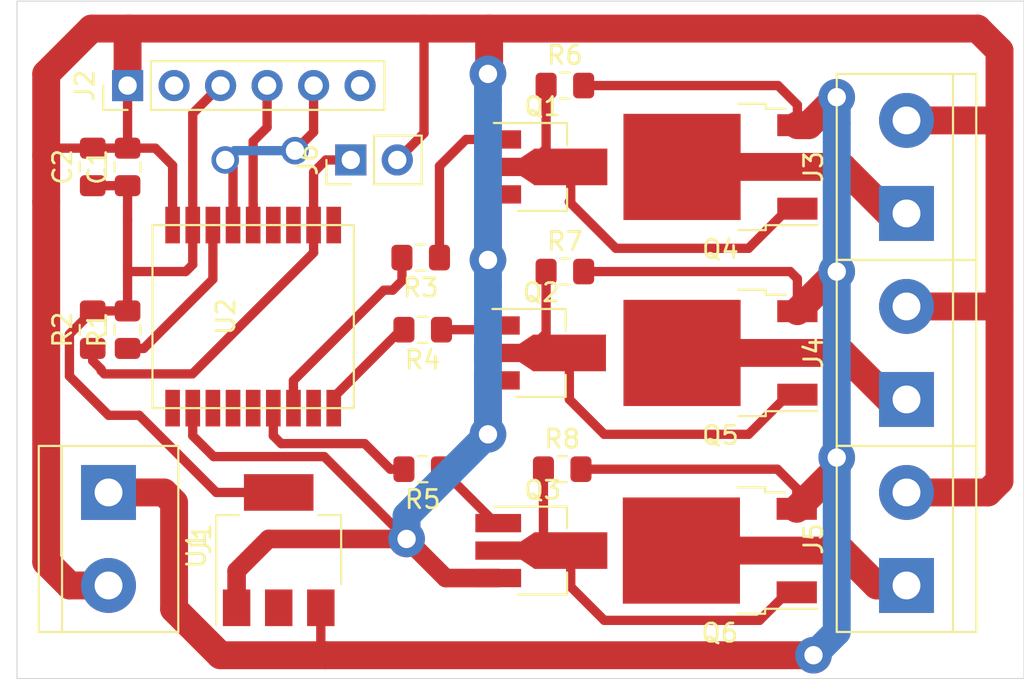
<source format=kicad_pcb>
(kicad_pcb (version 20171130) (host pcbnew "(5.1.4)-1")

  (general
    (thickness 1.6)
    (drawings 4)
    (tracks 179)
    (zones 0)
    (modules 24)
    (nets 20)
  )

  (page A4)
  (layers
    (0 F.Cu signal)
    (31 B.Cu signal)
    (32 B.Adhes user)
    (33 F.Adhes user)
    (34 B.Paste user)
    (35 F.Paste user)
    (36 B.SilkS user)
    (37 F.SilkS user)
    (38 B.Mask user)
    (39 F.Mask user)
    (40 Dwgs.User user)
    (41 Cmts.User user)
    (42 Eco1.User user)
    (43 Eco2.User user)
    (44 Edge.Cuts user)
    (45 Margin user)
    (46 B.CrtYd user)
    (47 F.CrtYd user)
    (48 B.Fab user)
    (49 F.Fab user)
  )

  (setup
    (last_trace_width 0.25)
    (user_trace_width 0.381)
    (user_trace_width 0.508)
    (user_trace_width 1.016)
    (user_trace_width 1.524)
    (trace_clearance 0.2)
    (zone_clearance 0.508)
    (zone_45_only no)
    (trace_min 0.2)
    (via_size 0.8)
    (via_drill 0.4)
    (via_min_size 0.4)
    (via_min_drill 0.3)
    (user_via 2 1)
    (uvia_size 0.3)
    (uvia_drill 0.1)
    (uvias_allowed no)
    (uvia_min_size 0.2)
    (uvia_min_drill 0.1)
    (edge_width 0.05)
    (segment_width 0.2)
    (pcb_text_width 0.3)
    (pcb_text_size 1.5 1.5)
    (mod_edge_width 0.12)
    (mod_text_size 1 1)
    (mod_text_width 0.15)
    (pad_size 1.524 1.524)
    (pad_drill 0.762)
    (pad_to_mask_clearance 0.051)
    (solder_mask_min_width 0.25)
    (aux_axis_origin 60 86.995)
    (grid_origin 60 86.995)
    (visible_elements 7FFFFFFF)
    (pcbplotparams
      (layerselection 0x00000_7fffffff)
      (usegerberextensions false)
      (usegerberattributes false)
      (usegerberadvancedattributes false)
      (creategerberjobfile false)
      (excludeedgelayer true)
      (linewidth 0.100000)
      (plotframeref false)
      (viasonmask false)
      (mode 1)
      (useauxorigin false)
      (hpglpennumber 1)
      (hpglpenspeed 20)
      (hpglpendiameter 15.000000)
      (psnegative false)
      (psa4output false)
      (plotreference true)
      (plotvalue true)
      (plotinvisibletext false)
      (padsonsilk false)
      (subtractmaskfromsilk false)
      (outputformat 1)
      (mirror false)
      (drillshape 0)
      (scaleselection 1)
      (outputdirectory "GERBR/"))
  )

  (net 0 "")
  (net 1 GND)
  (net 2 VCC)
  (net 3 +12V)
  (net 4 RX)
  (net 5 TX)
  (net 6 LED-OUT1)
  (net 7 LED-OUT2)
  (net 8 LED-OUT3)
  (net 9 "Net-(Q1-Pad2)")
  (net 10 "Net-(Q1-Pad1)")
  (net 11 "Net-(Q2-Pad2)")
  (net 12 "Net-(Q2-Pad1)")
  (net 13 "Net-(Q3-Pad2)")
  (net 14 "Net-(Q3-Pad1)")
  (net 15 RST)
  (net 16 BootEN)
  (net 17 PWM0)
  (net 18 PWM1)
  (net 19 PWM2)

  (net_class Default "This is the default net class."
    (clearance 0.2)
    (trace_width 0.25)
    (via_dia 0.8)
    (via_drill 0.4)
    (uvia_dia 0.3)
    (uvia_drill 0.1)
    (add_net +12V)
    (add_net BootEN)
    (add_net GND)
    (add_net LED-OUT1)
    (add_net LED-OUT2)
    (add_net LED-OUT3)
    (add_net "Net-(Q1-Pad1)")
    (add_net "Net-(Q1-Pad2)")
    (add_net "Net-(Q2-Pad1)")
    (add_net "Net-(Q2-Pad2)")
    (add_net "Net-(Q3-Pad1)")
    (add_net "Net-(Q3-Pad2)")
    (add_net PWM0)
    (add_net PWM1)
    (add_net PWM2)
    (add_net RST)
    (add_net RX)
    (add_net TX)
    (add_net VCC)
  )

  (module Connector_PinHeader_2.54mm:PinHeader_1x02_P2.54mm_Vertical (layer F.Cu) (tedit 59FED5CC) (tstamp 5DAB0896)
    (at 78.232 58.674 90)
    (descr "Through hole straight pin header, 1x02, 2.54mm pitch, single row")
    (tags "Through hole pin header THT 1x02 2.54mm single row")
    (path /5DAB6937)
    (fp_text reference J6 (at 0 -2.33 90) (layer F.SilkS)
      (effects (font (size 1 1) (thickness 0.15)))
    )
    (fp_text value Conn_01x02 (at 0 4.87 90) (layer F.Fab)
      (effects (font (size 1 1) (thickness 0.15)))
    )
    (fp_text user %R (at 0 1.27) (layer F.Fab)
      (effects (font (size 1 1) (thickness 0.15)))
    )
    (fp_line (start 1.8 -1.8) (end -1.8 -1.8) (layer F.CrtYd) (width 0.05))
    (fp_line (start 1.8 4.35) (end 1.8 -1.8) (layer F.CrtYd) (width 0.05))
    (fp_line (start -1.8 4.35) (end 1.8 4.35) (layer F.CrtYd) (width 0.05))
    (fp_line (start -1.8 -1.8) (end -1.8 4.35) (layer F.CrtYd) (width 0.05))
    (fp_line (start -1.33 -1.33) (end 0 -1.33) (layer F.SilkS) (width 0.12))
    (fp_line (start -1.33 0) (end -1.33 -1.33) (layer F.SilkS) (width 0.12))
    (fp_line (start -1.33 1.27) (end 1.33 1.27) (layer F.SilkS) (width 0.12))
    (fp_line (start 1.33 1.27) (end 1.33 3.87) (layer F.SilkS) (width 0.12))
    (fp_line (start -1.33 1.27) (end -1.33 3.87) (layer F.SilkS) (width 0.12))
    (fp_line (start -1.33 3.87) (end 1.33 3.87) (layer F.SilkS) (width 0.12))
    (fp_line (start -1.27 -0.635) (end -0.635 -1.27) (layer F.Fab) (width 0.1))
    (fp_line (start -1.27 3.81) (end -1.27 -0.635) (layer F.Fab) (width 0.1))
    (fp_line (start 1.27 3.81) (end -1.27 3.81) (layer F.Fab) (width 0.1))
    (fp_line (start 1.27 -1.27) (end 1.27 3.81) (layer F.Fab) (width 0.1))
    (fp_line (start -0.635 -1.27) (end 1.27 -1.27) (layer F.Fab) (width 0.1))
    (pad 2 thru_hole oval (at 0 2.54 90) (size 1.7 1.7) (drill 1) (layers *.Cu *.Mask)
      (net 1 GND))
    (pad 1 thru_hole rect (at 0 0 90) (size 1.7 1.7) (drill 1) (layers *.Cu *.Mask)
      (net 16 BootEN))
    (model ${KISYS3DMOD}/Connector_PinHeader_2.54mm.3dshapes/PinHeader_1x02_P2.54mm_Vertical.wrl
      (at (xyz 0 0 0))
      (scale (xyz 1 1 1))
      (rotate (xyz 0 0 0))
    )
  )

  (module Package_TO_SOT_SMD:SOT-223-3_TabPin2 (layer F.Cu) (tedit 5A02FF57) (tstamp 5DA37108)
    (at 74.295 79.985 90)
    (descr "module CMS SOT223 4 pins")
    (tags "CMS SOT")
    (path /5DA32E1C)
    (attr smd)
    (fp_text reference U1 (at 0 -4.5 90) (layer F.SilkS)
      (effects (font (size 1 1) (thickness 0.15)))
    )
    (fp_text value AMS1117-3.3 (at 0 4.5 90) (layer F.Fab)
      (effects (font (size 1 1) (thickness 0.15)))
    )
    (fp_line (start 1.85 -3.35) (end 1.85 3.35) (layer F.Fab) (width 0.1))
    (fp_line (start -1.85 3.35) (end 1.85 3.35) (layer F.Fab) (width 0.1))
    (fp_line (start -4.1 -3.41) (end 1.91 -3.41) (layer F.SilkS) (width 0.12))
    (fp_line (start -0.85 -3.35) (end 1.85 -3.35) (layer F.Fab) (width 0.1))
    (fp_line (start -1.85 3.41) (end 1.91 3.41) (layer F.SilkS) (width 0.12))
    (fp_line (start -1.85 -2.35) (end -1.85 3.35) (layer F.Fab) (width 0.1))
    (fp_line (start -1.85 -2.35) (end -0.85 -3.35) (layer F.Fab) (width 0.1))
    (fp_line (start -4.4 -3.6) (end -4.4 3.6) (layer F.CrtYd) (width 0.05))
    (fp_line (start -4.4 3.6) (end 4.4 3.6) (layer F.CrtYd) (width 0.05))
    (fp_line (start 4.4 3.6) (end 4.4 -3.6) (layer F.CrtYd) (width 0.05))
    (fp_line (start 4.4 -3.6) (end -4.4 -3.6) (layer F.CrtYd) (width 0.05))
    (fp_line (start 1.91 -3.41) (end 1.91 -2.15) (layer F.SilkS) (width 0.12))
    (fp_line (start 1.91 3.41) (end 1.91 2.15) (layer F.SilkS) (width 0.12))
    (fp_text user %R (at 0 0) (layer F.Fab)
      (effects (font (size 0.8 0.8) (thickness 0.12)))
    )
    (pad 1 smd rect (at -3.15 -2.3 90) (size 2 1.5) (layers F.Cu F.Paste F.Mask)
      (net 1 GND))
    (pad 3 smd rect (at -3.15 2.3 90) (size 2 1.5) (layers F.Cu F.Paste F.Mask)
      (net 3 +12V))
    (pad 2 smd rect (at -3.15 0 90) (size 2 1.5) (layers F.Cu F.Paste F.Mask)
      (net 2 VCC))
    (pad 2 smd rect (at 3.15 0 90) (size 2 3.8) (layers F.Cu F.Paste F.Mask)
      (net 2 VCC))
    (model ${KISYS3DMOD}/Package_TO_SOT_SMD.3dshapes/SOT-223.wrl
      (at (xyz 0 0 0))
      (scale (xyz 1 1 1))
      (rotate (xyz 0 0 0))
    )
  )

  (module Resistor_SMD:R_0805_2012Metric_Pad1.15x1.40mm_HandSolder (layer F.Cu) (tedit 5B36C52B) (tstamp 5DA3703D)
    (at 66.04 67.945 90)
    (descr "Resistor SMD 0805 (2012 Metric), square (rectangular) end terminal, IPC_7351 nominal with elongated pad for handsoldering. (Body size source: https://docs.google.com/spreadsheets/d/1BsfQQcO9C6DZCsRaXUlFlo91Tg2WpOkGARC1WS5S8t0/edit?usp=sharing), generated with kicad-footprint-generator")
    (tags "resistor handsolder")
    (path /5DABA20A)
    (attr smd)
    (fp_text reference R1 (at 0 -1.65 90) (layer F.SilkS)
      (effects (font (size 1 1) (thickness 0.15)))
    )
    (fp_text value 10k (at 0 1.65 90) (layer F.Fab)
      (effects (font (size 1 1) (thickness 0.15)))
    )
    (fp_text user %R (at 0 0 90) (layer F.Fab)
      (effects (font (size 0.5 0.5) (thickness 0.08)))
    )
    (fp_line (start 1.85 0.95) (end -1.85 0.95) (layer F.CrtYd) (width 0.05))
    (fp_line (start 1.85 -0.95) (end 1.85 0.95) (layer F.CrtYd) (width 0.05))
    (fp_line (start -1.85 -0.95) (end 1.85 -0.95) (layer F.CrtYd) (width 0.05))
    (fp_line (start -1.85 0.95) (end -1.85 -0.95) (layer F.CrtYd) (width 0.05))
    (fp_line (start -0.261252 0.71) (end 0.261252 0.71) (layer F.SilkS) (width 0.12))
    (fp_line (start -0.261252 -0.71) (end 0.261252 -0.71) (layer F.SilkS) (width 0.12))
    (fp_line (start 1 0.6) (end -1 0.6) (layer F.Fab) (width 0.1))
    (fp_line (start 1 -0.6) (end 1 0.6) (layer F.Fab) (width 0.1))
    (fp_line (start -1 -0.6) (end 1 -0.6) (layer F.Fab) (width 0.1))
    (fp_line (start -1 0.6) (end -1 -0.6) (layer F.Fab) (width 0.1))
    (pad 2 smd roundrect (at 1.025 0 90) (size 1.15 1.4) (layers F.Cu F.Paste F.Mask) (roundrect_rratio 0.217391)
      (net 2 VCC))
    (pad 1 smd roundrect (at -1.025 0 90) (size 1.15 1.4) (layers F.Cu F.Paste F.Mask) (roundrect_rratio 0.217391)
      (net 15 RST))
    (model ${KISYS3DMOD}/Resistor_SMD.3dshapes/R_0805_2012Metric.wrl
      (at (xyz 0 0 0))
      (scale (xyz 1 1 1))
      (rotate (xyz 0 0 0))
    )
  )

  (module Resistor_SMD:R_0805_2012Metric_Pad1.15x1.40mm_HandSolder (layer F.Cu) (tedit 5B36C52B) (tstamp 5DA3704E)
    (at 64.135 67.945 90)
    (descr "Resistor SMD 0805 (2012 Metric), square (rectangular) end terminal, IPC_7351 nominal with elongated pad for handsoldering. (Body size source: https://docs.google.com/spreadsheets/d/1BsfQQcO9C6DZCsRaXUlFlo91Tg2WpOkGARC1WS5S8t0/edit?usp=sharing), generated with kicad-footprint-generator")
    (tags "resistor handsolder")
    (path /5DABAAEB)
    (attr smd)
    (fp_text reference R2 (at 0 -1.65 90) (layer F.SilkS)
      (effects (font (size 1 1) (thickness 0.15)))
    )
    (fp_text value 10k (at 0 1.65 90) (layer F.Fab)
      (effects (font (size 1 1) (thickness 0.15)))
    )
    (fp_text user %R (at 0 0 90) (layer F.Fab)
      (effects (font (size 0.5 0.5) (thickness 0.08)))
    )
    (fp_line (start 1.85 0.95) (end -1.85 0.95) (layer F.CrtYd) (width 0.05))
    (fp_line (start 1.85 -0.95) (end 1.85 0.95) (layer F.CrtYd) (width 0.05))
    (fp_line (start -1.85 -0.95) (end 1.85 -0.95) (layer F.CrtYd) (width 0.05))
    (fp_line (start -1.85 0.95) (end -1.85 -0.95) (layer F.CrtYd) (width 0.05))
    (fp_line (start -0.261252 0.71) (end 0.261252 0.71) (layer F.SilkS) (width 0.12))
    (fp_line (start -0.261252 -0.71) (end 0.261252 -0.71) (layer F.SilkS) (width 0.12))
    (fp_line (start 1 0.6) (end -1 0.6) (layer F.Fab) (width 0.1))
    (fp_line (start 1 -0.6) (end 1 0.6) (layer F.Fab) (width 0.1))
    (fp_line (start -1 -0.6) (end 1 -0.6) (layer F.Fab) (width 0.1))
    (fp_line (start -1 0.6) (end -1 -0.6) (layer F.Fab) (width 0.1))
    (pad 2 smd roundrect (at 1.025 0 90) (size 1.15 1.4) (layers F.Cu F.Paste F.Mask) (roundrect_rratio 0.217391)
      (net 2 VCC))
    (pad 1 smd roundrect (at -1.025 0 90) (size 1.15 1.4) (layers F.Cu F.Paste F.Mask) (roundrect_rratio 0.217391)
      (net 16 BootEN))
    (model ${KISYS3DMOD}/Resistor_SMD.3dshapes/R_0805_2012Metric.wrl
      (at (xyz 0 0 0))
      (scale (xyz 1 1 1))
      (rotate (xyz 0 0 0))
    )
  )

  (module TerminalBlock:TerminalBlock_bornier-2_P5.08mm (layer F.Cu) (tedit 59FF03AB) (tstamp 5DA36F51)
    (at 108.585 61.595 90)
    (descr "simple 2-pin terminal block, pitch 5.08mm, revamped version of bornier2")
    (tags "terminal block bornier2")
    (path /5DA8E012)
    (fp_text reference J3 (at 2.54 -5.08 90) (layer F.SilkS)
      (effects (font (size 1 1) (thickness 0.15)))
    )
    (fp_text value Screw_Terminal_01x02 (at 2.54 5.08 90) (layer F.Fab)
      (effects (font (size 1 1) (thickness 0.15)))
    )
    (fp_line (start 7.79 4) (end -2.71 4) (layer F.CrtYd) (width 0.05))
    (fp_line (start 7.79 4) (end 7.79 -4) (layer F.CrtYd) (width 0.05))
    (fp_line (start -2.71 -4) (end -2.71 4) (layer F.CrtYd) (width 0.05))
    (fp_line (start -2.71 -4) (end 7.79 -4) (layer F.CrtYd) (width 0.05))
    (fp_line (start -2.54 3.81) (end 7.62 3.81) (layer F.SilkS) (width 0.12))
    (fp_line (start -2.54 -3.81) (end -2.54 3.81) (layer F.SilkS) (width 0.12))
    (fp_line (start 7.62 -3.81) (end -2.54 -3.81) (layer F.SilkS) (width 0.12))
    (fp_line (start 7.62 3.81) (end 7.62 -3.81) (layer F.SilkS) (width 0.12))
    (fp_line (start 7.62 2.54) (end -2.54 2.54) (layer F.SilkS) (width 0.12))
    (fp_line (start 7.54 -3.75) (end -2.46 -3.75) (layer F.Fab) (width 0.1))
    (fp_line (start 7.54 3.75) (end 7.54 -3.75) (layer F.Fab) (width 0.1))
    (fp_line (start -2.46 3.75) (end 7.54 3.75) (layer F.Fab) (width 0.1))
    (fp_line (start -2.46 -3.75) (end -2.46 3.75) (layer F.Fab) (width 0.1))
    (fp_line (start -2.41 2.55) (end 7.49 2.55) (layer F.Fab) (width 0.1))
    (fp_text user %R (at 2.54 0 90) (layer F.Fab)
      (effects (font (size 1 1) (thickness 0.15)))
    )
    (pad 2 thru_hole circle (at 5.08 0 90) (size 3 3) (drill 1.52) (layers *.Cu *.Mask)
      (net 1 GND))
    (pad 1 thru_hole rect (at 0 0 90) (size 3 3) (drill 1.52) (layers *.Cu *.Mask)
      (net 6 LED-OUT1))
    (model ${KISYS3DMOD}/TerminalBlock.3dshapes/TerminalBlock_bornier-2_P5.08mm.wrl
      (offset (xyz 2.539999961853027 0 0))
      (scale (xyz 1 1 1))
      (rotate (xyz 0 0 0))
    )
  )

  (module Ai-Thinker:Ai-Thinker-ESP-01F (layer F.Cu) (tedit 5DA317B1) (tstamp 5DA37122)
    (at 72.4 67.23 90)
    (path /5DA32512)
    (fp_text reference U2 (at 0 -1 90) (layer F.SilkS)
      (effects (font (size 1 1) (thickness 0.15)))
    )
    (fp_text value ESP-01F (at 0 7 90) (layer F.Fab)
      (effects (font (size 1 1) (thickness 0.15)))
    )
    (fp_line (start 5 -5) (end -5 -5) (layer F.SilkS) (width 0.12))
    (fp_line (start 5 6) (end 5 -5) (layer F.SilkS) (width 0.12))
    (fp_line (start -5 6) (end 5 6) (layer F.SilkS) (width 0.12))
    (fp_line (start -5 -5) (end -5 6) (layer F.SilkS) (width 0.12))
    (pad 18 smd rect (at 5 4.9 90) (size 2 0.8) (layers F.Cu F.Paste F.Mask))
    (pad 17 smd rect (at 5 3.8 90) (size 2 0.8) (layers F.Cu F.Paste F.Mask)
      (net 16 BootEN))
    (pad 16 smd rect (at 5 2.7 90) (size 2 0.8) (layers F.Cu F.Paste F.Mask))
    (pad 15 smd rect (at 5 1.6 90) (size 2 0.8) (layers F.Cu F.Paste F.Mask))
    (pad 14 smd rect (at 5 0.5 90) (size 2 0.8) (layers F.Cu F.Paste F.Mask)
      (net 5 TX))
    (pad 13 smd rect (at 5 -0.6 90) (size 2 0.8) (layers F.Cu F.Paste F.Mask)
      (net 4 RX))
    (pad 12 smd rect (at 5 -1.7 90) (size 2 0.8) (layers F.Cu F.Paste F.Mask)
      (net 15 RST))
    (pad 11 smd rect (at 5 -2.8 90) (size 2 0.8) (layers F.Cu F.Paste F.Mask)
      (net 2 VCC))
    (pad 10 smd rect (at 5 -3.9 90) (size 2 0.8) (layers F.Cu F.Paste F.Mask)
      (net 1 GND))
    (pad 9 smd rect (at -5 4.9 90) (size 2 0.8) (layers F.Cu F.Paste F.Mask)
      (net 18 PWM1))
    (pad 8 smd rect (at -5 3.8 90) (size 2 0.8) (layers F.Cu F.Paste F.Mask))
    (pad 7 smd rect (at -5 2.7 90) (size 2 0.8) (layers F.Cu F.Paste F.Mask)
      (net 17 PWM0))
    (pad 6 smd rect (at -5 1.6 90) (size 2 0.8) (layers F.Cu F.Paste F.Mask)
      (net 19 PWM2))
    (pad 5 smd rect (at -5 0.5 90) (size 2 0.8) (layers F.Cu F.Paste F.Mask))
    (pad 4 smd rect (at -5 -0.6 90) (size 2 0.8) (layers F.Cu F.Paste F.Mask))
    (pad 3 smd rect (at -5 -1.7 90) (size 2 0.8) (layers F.Cu F.Paste F.Mask))
    (pad 2 smd rect (at -5 -2.8 90) (size 2 0.8) (layers F.Cu F.Paste F.Mask)
      (net 1 GND))
    (pad 1 smd rect (at -5 -3.9 90) (size 2 0.8) (layers F.Cu F.Paste F.Mask))
  )

  (module Resistor_SMD:R_0805_2012Metric_Pad1.15x1.40mm_HandSolder (layer F.Cu) (tedit 5B36C52B) (tstamp 5DA3705F)
    (at 82.051 64.008 180)
    (descr "Resistor SMD 0805 (2012 Metric), square (rectangular) end terminal, IPC_7351 nominal with elongated pad for handsoldering. (Body size source: https://docs.google.com/spreadsheets/d/1BsfQQcO9C6DZCsRaXUlFlo91Tg2WpOkGARC1WS5S8t0/edit?usp=sharing), generated with kicad-footprint-generator")
    (tags "resistor handsolder")
    (path /5DA3F7F1)
    (attr smd)
    (fp_text reference R3 (at 0 -1.65) (layer F.SilkS)
      (effects (font (size 1 1) (thickness 0.15)))
    )
    (fp_text value 4k7 (at 0 1.65) (layer F.Fab)
      (effects (font (size 1 1) (thickness 0.15)))
    )
    (fp_text user %R (at 0 0) (layer F.Fab)
      (effects (font (size 0.5 0.5) (thickness 0.08)))
    )
    (fp_line (start 1.85 0.95) (end -1.85 0.95) (layer F.CrtYd) (width 0.05))
    (fp_line (start 1.85 -0.95) (end 1.85 0.95) (layer F.CrtYd) (width 0.05))
    (fp_line (start -1.85 -0.95) (end 1.85 -0.95) (layer F.CrtYd) (width 0.05))
    (fp_line (start -1.85 0.95) (end -1.85 -0.95) (layer F.CrtYd) (width 0.05))
    (fp_line (start -0.261252 0.71) (end 0.261252 0.71) (layer F.SilkS) (width 0.12))
    (fp_line (start -0.261252 -0.71) (end 0.261252 -0.71) (layer F.SilkS) (width 0.12))
    (fp_line (start 1 0.6) (end -1 0.6) (layer F.Fab) (width 0.1))
    (fp_line (start 1 -0.6) (end 1 0.6) (layer F.Fab) (width 0.1))
    (fp_line (start -1 -0.6) (end 1 -0.6) (layer F.Fab) (width 0.1))
    (fp_line (start -1 0.6) (end -1 -0.6) (layer F.Fab) (width 0.1))
    (pad 2 smd roundrect (at 1.025 0 180) (size 1.15 1.4) (layers F.Cu F.Paste F.Mask) (roundrect_rratio 0.217391)
      (net 17 PWM0))
    (pad 1 smd roundrect (at -1.025 0 180) (size 1.15 1.4) (layers F.Cu F.Paste F.Mask) (roundrect_rratio 0.217391)
      (net 10 "Net-(Q1-Pad1)"))
    (model ${KISYS3DMOD}/Resistor_SMD.3dshapes/R_0805_2012Metric.wrl
      (at (xyz 0 0 0))
      (scale (xyz 1 1 1))
      (rotate (xyz 0 0 0))
    )
  )

  (module Package_TO_SOT_SMD:SOT-89-3_Handsoldering (layer F.Cu) (tedit 5A02FF57) (tstamp 5DA36F92)
    (at 88.265 59.055)
    (descr "SOT-89-3 Handsoldering")
    (tags "SOT-89-3 Handsoldering")
    (path /5DA3DA9B)
    (attr smd)
    (fp_text reference Q1 (at 0.45 -3.3) (layer F.SilkS)
      (effects (font (size 1 1) (thickness 0.15)))
    )
    (fp_text value Q_NPN_BCE (at 0.5 3.15) (layer F.Fab)
      (effects (font (size 1 1) (thickness 0.15)))
    )
    (fp_line (start -0.13 -2.3) (end 1.68 -2.3) (layer F.Fab) (width 0.1))
    (fp_line (start -0.92 2.3) (end -0.92 -1.51) (layer F.Fab) (width 0.1))
    (fp_line (start 1.68 2.3) (end -0.92 2.3) (layer F.Fab) (width 0.1))
    (fp_line (start 1.68 -2.3) (end 1.68 2.3) (layer F.Fab) (width 0.1))
    (fp_line (start -0.92 -1.51) (end -0.13 -2.3) (layer F.Fab) (width 0.1))
    (fp_line (start 1.78 -2.4) (end 1.78 -1.2) (layer F.SilkS) (width 0.12))
    (fp_line (start -2.22 -2.4) (end 1.78 -2.4) (layer F.SilkS) (width 0.12))
    (fp_line (start 1.78 2.4) (end -0.92 2.4) (layer F.SilkS) (width 0.12))
    (fp_line (start 1.78 1.2) (end 1.78 2.4) (layer F.SilkS) (width 0.12))
    (fp_line (start -3.5 -2.55) (end -3.5 2.55) (layer F.CrtYd) (width 0.05))
    (fp_line (start 4.25 -2.55) (end -3.5 -2.55) (layer F.CrtYd) (width 0.05))
    (fp_line (start 4.25 2.55) (end 4.25 -2.55) (layer F.CrtYd) (width 0.05))
    (fp_line (start -3.5 2.55) (end 4.25 2.55) (layer F.CrtYd) (width 0.05))
    (fp_text user %R (at 0.38 0 90) (layer F.Fab)
      (effects (font (size 0.6 0.6) (thickness 0.09)))
    )
    (pad 2 smd trapezoid (at -0.37 0 90) (size 1.5 0.75) (rect_delta 0 0.5 ) (layers F.Cu F.Paste F.Mask)
      (net 9 "Net-(Q1-Pad2)"))
    (pad 2 smd rect (at 1.98 0 270) (size 2 4) (layers F.Cu F.Paste F.Mask)
      (net 9 "Net-(Q1-Pad2)"))
    (pad 3 smd rect (at -1.98 1.5 270) (size 1 2.5) (layers F.Cu F.Paste F.Mask)
      (net 1 GND))
    (pad 2 smd rect (at -1.98 0 270) (size 1 2.5) (layers F.Cu F.Paste F.Mask)
      (net 9 "Net-(Q1-Pad2)"))
    (pad 1 smd rect (at -1.98 -1.5 270) (size 1 2.5) (layers F.Cu F.Paste F.Mask)
      (net 10 "Net-(Q1-Pad1)"))
    (model ${KISYS3DMOD}/Package_TO_SOT_SMD.3dshapes/SOT-89-3.wrl
      (at (xyz 0 0 0))
      (scale (xyz 1 1 1))
      (rotate (xyz 0 0 0))
    )
  )

  (module Power-fet:TO-252-alt (layer F.Cu) (tedit 5DA35AE8) (tstamp 5DA3A4F5)
    (at 98.39 80.01 180)
    (descr "TO-252 / DPAK SMD package, http://www.infineon.com/cms/en/product/packages/PG-TO252/PG-TO252-3-1/")
    (tags "DPAK TO-252 DPAK-3 TO-252-3 SOT-428")
    (path /5DB11916)
    (attr smd)
    (fp_text reference Q6 (at 0 -4.5) (layer F.SilkS)
      (effects (font (size 1 1) (thickness 0.15)))
    )
    (fp_text value IRFR9024 (at 0 4.5) (layer F.Fab)
      (effects (font (size 1 1) (thickness 0.15)))
    )
    (fp_text user %R (at 0 0) (layer F.Fab)
      (effects (font (size 1 1) (thickness 0.15)))
    )
    (fp_line (start 5.55 -3.5) (end -5.55 -3.5) (layer F.CrtYd) (width 0.05))
    (fp_line (start 5.55 3.5) (end 5.55 -3.5) (layer F.CrtYd) (width 0.05))
    (fp_line (start -5.55 3.5) (end 5.55 3.5) (layer F.CrtYd) (width 0.05))
    (fp_line (start -5.55 -3.5) (end -5.55 3.5) (layer F.CrtYd) (width 0.05))
    (fp_line (start -2.47 3.18) (end -3.57 3.18) (layer F.SilkS) (width 0.12))
    (fp_line (start -2.47 3.45) (end -2.47 3.18) (layer F.SilkS) (width 0.12))
    (fp_line (start -0.97 3.45) (end -2.47 3.45) (layer F.SilkS) (width 0.12))
    (fp_line (start -2.47 -3.18) (end -5.3 -3.18) (layer F.SilkS) (width 0.12))
    (fp_line (start -2.47 -3.45) (end -2.47 -3.18) (layer F.SilkS) (width 0.12))
    (fp_line (start -0.97 -3.45) (end -2.47 -3.45) (layer F.SilkS) (width 0.12))
    (fp_line (start -4.97 2.655) (end -2.27 2.655) (layer F.Fab) (width 0.1))
    (fp_line (start -4.97 1.905) (end -4.97 2.655) (layer F.Fab) (width 0.1))
    (fp_line (start -2.27 1.905) (end -4.97 1.905) (layer F.Fab) (width 0.1))
    (fp_line (start -4.97 -1.905) (end -2.27 -1.905) (layer F.Fab) (width 0.1))
    (fp_line (start -4.97 -2.655) (end -4.97 -1.905) (layer F.Fab) (width 0.1))
    (fp_line (start -1.865 -2.655) (end -4.97 -2.655) (layer F.Fab) (width 0.1))
    (fp_line (start -1.27 -3.25) (end 3.95 -3.25) (layer F.Fab) (width 0.1))
    (fp_line (start -2.27 -2.25) (end -1.27 -3.25) (layer F.Fab) (width 0.1))
    (fp_line (start -2.27 3.25) (end -2.27 -2.25) (layer F.Fab) (width 0.1))
    (fp_line (start 3.95 3.25) (end -2.27 3.25) (layer F.Fab) (width 0.1))
    (fp_line (start 3.95 -3.25) (end 3.95 3.25) (layer F.Fab) (width 0.1))
    (fp_line (start 4.95 2.7) (end 3.95 2.7) (layer F.Fab) (width 0.1))
    (fp_line (start 4.95 -2.7) (end 4.95 2.7) (layer F.Fab) (width 0.1))
    (fp_line (start 3.95 -2.7) (end 4.95 -2.7) (layer F.Fab) (width 0.1))
    (pad "" smd rect (at 0.425 1.525 180) (size 3.05 2.75) (layers F.Paste))
    (pad "" smd rect (at 3.775 -1.525 180) (size 3.05 2.75) (layers F.Paste))
    (pad "" smd rect (at 0.425 -1.525 180) (size 3.05 2.75) (layers F.Paste))
    (pad "" smd rect (at 3.775 1.525 180) (size 3.05 2.75) (layers F.Paste))
    (pad 3 smd rect (at 2.1 0 180) (size 6.4 5.8) (layers F.Cu F.Mask)
      (net 8 LED-OUT3))
    (pad 1 smd rect (at -4.2 2.28 180) (size 2.2 1.2) (layers F.Cu F.Paste F.Mask)
      (net 3 +12V))
    (pad 2 smd rect (at -4.2 -2.28 180) (size 2.2 1.2) (layers F.Cu F.Paste F.Mask)
      (net 13 "Net-(Q3-Pad2)"))
    (model ${KISYS3DMOD}/Package_TO_SOT_SMD.3dshapes/TO-252-2.wrl
      (at (xyz 0 0 0))
      (scale (xyz 1 1 1))
      (rotate (xyz 0 0 0))
    )
  )

  (module Power-fet:TO-252-alt (layer F.Cu) (tedit 5DA35AE8) (tstamp 5DA3A4AD)
    (at 98.425 59.055 180)
    (descr "TO-252 / DPAK SMD package, http://www.infineon.com/cms/en/product/packages/PG-TO252/PG-TO252-3-1/")
    (tags "DPAK TO-252 DPAK-3 TO-252-3 SOT-428")
    (path /5DB0C2A4)
    (attr smd)
    (fp_text reference Q4 (at 0 -4.5) (layer F.SilkS)
      (effects (font (size 1 1) (thickness 0.15)))
    )
    (fp_text value IRFR9024 (at 0 4.5) (layer F.Fab)
      (effects (font (size 1 1) (thickness 0.15)))
    )
    (fp_text user %R (at 0 0) (layer F.Fab)
      (effects (font (size 1 1) (thickness 0.15)))
    )
    (fp_line (start 5.55 -3.5) (end -5.55 -3.5) (layer F.CrtYd) (width 0.05))
    (fp_line (start 5.55 3.5) (end 5.55 -3.5) (layer F.CrtYd) (width 0.05))
    (fp_line (start -5.55 3.5) (end 5.55 3.5) (layer F.CrtYd) (width 0.05))
    (fp_line (start -5.55 -3.5) (end -5.55 3.5) (layer F.CrtYd) (width 0.05))
    (fp_line (start -2.47 3.18) (end -3.57 3.18) (layer F.SilkS) (width 0.12))
    (fp_line (start -2.47 3.45) (end -2.47 3.18) (layer F.SilkS) (width 0.12))
    (fp_line (start -0.97 3.45) (end -2.47 3.45) (layer F.SilkS) (width 0.12))
    (fp_line (start -2.47 -3.18) (end -5.3 -3.18) (layer F.SilkS) (width 0.12))
    (fp_line (start -2.47 -3.45) (end -2.47 -3.18) (layer F.SilkS) (width 0.12))
    (fp_line (start -0.97 -3.45) (end -2.47 -3.45) (layer F.SilkS) (width 0.12))
    (fp_line (start -4.97 2.655) (end -2.27 2.655) (layer F.Fab) (width 0.1))
    (fp_line (start -4.97 1.905) (end -4.97 2.655) (layer F.Fab) (width 0.1))
    (fp_line (start -2.27 1.905) (end -4.97 1.905) (layer F.Fab) (width 0.1))
    (fp_line (start -4.97 -1.905) (end -2.27 -1.905) (layer F.Fab) (width 0.1))
    (fp_line (start -4.97 -2.655) (end -4.97 -1.905) (layer F.Fab) (width 0.1))
    (fp_line (start -1.865 -2.655) (end -4.97 -2.655) (layer F.Fab) (width 0.1))
    (fp_line (start -1.27 -3.25) (end 3.95 -3.25) (layer F.Fab) (width 0.1))
    (fp_line (start -2.27 -2.25) (end -1.27 -3.25) (layer F.Fab) (width 0.1))
    (fp_line (start -2.27 3.25) (end -2.27 -2.25) (layer F.Fab) (width 0.1))
    (fp_line (start 3.95 3.25) (end -2.27 3.25) (layer F.Fab) (width 0.1))
    (fp_line (start 3.95 -3.25) (end 3.95 3.25) (layer F.Fab) (width 0.1))
    (fp_line (start 4.95 2.7) (end 3.95 2.7) (layer F.Fab) (width 0.1))
    (fp_line (start 4.95 -2.7) (end 4.95 2.7) (layer F.Fab) (width 0.1))
    (fp_line (start 3.95 -2.7) (end 4.95 -2.7) (layer F.Fab) (width 0.1))
    (pad "" smd rect (at 0.425 1.525 180) (size 3.05 2.75) (layers F.Paste))
    (pad "" smd rect (at 3.775 -1.525 180) (size 3.05 2.75) (layers F.Paste))
    (pad "" smd rect (at 0.425 -1.525 180) (size 3.05 2.75) (layers F.Paste))
    (pad "" smd rect (at 3.775 1.525 180) (size 3.05 2.75) (layers F.Paste))
    (pad 3 smd rect (at 2.1 0 180) (size 6.4 5.8) (layers F.Cu F.Mask)
      (net 6 LED-OUT1))
    (pad 1 smd rect (at -4.2 2.28 180) (size 2.2 1.2) (layers F.Cu F.Paste F.Mask)
      (net 3 +12V))
    (pad 2 smd rect (at -4.2 -2.28 180) (size 2.2 1.2) (layers F.Cu F.Paste F.Mask)
      (net 9 "Net-(Q1-Pad2)"))
    (model ${KISYS3DMOD}/Package_TO_SOT_SMD.3dshapes/TO-252-2.wrl
      (at (xyz 0 0 0))
      (scale (xyz 1 1 1))
      (rotate (xyz 0 0 0))
    )
  )

  (module Power-fet:TO-252-alt (layer F.Cu) (tedit 5DA35AE8) (tstamp 5DA3A4D1)
    (at 98.425 69.215 180)
    (descr "TO-252 / DPAK SMD package, http://www.infineon.com/cms/en/product/packages/PG-TO252/PG-TO252-3-1/")
    (tags "DPAK TO-252 DPAK-3 TO-252-3 SOT-428")
    (path /5DB10BD3)
    (attr smd)
    (fp_text reference Q5 (at 0 -4.5) (layer F.SilkS)
      (effects (font (size 1 1) (thickness 0.15)))
    )
    (fp_text value IRFR9024 (at 0 4.5) (layer F.Fab)
      (effects (font (size 1 1) (thickness 0.15)))
    )
    (fp_text user %R (at 0 0) (layer F.Fab)
      (effects (font (size 1 1) (thickness 0.15)))
    )
    (fp_line (start 5.55 -3.5) (end -5.55 -3.5) (layer F.CrtYd) (width 0.05))
    (fp_line (start 5.55 3.5) (end 5.55 -3.5) (layer F.CrtYd) (width 0.05))
    (fp_line (start -5.55 3.5) (end 5.55 3.5) (layer F.CrtYd) (width 0.05))
    (fp_line (start -5.55 -3.5) (end -5.55 3.5) (layer F.CrtYd) (width 0.05))
    (fp_line (start -2.47 3.18) (end -3.57 3.18) (layer F.SilkS) (width 0.12))
    (fp_line (start -2.47 3.45) (end -2.47 3.18) (layer F.SilkS) (width 0.12))
    (fp_line (start -0.97 3.45) (end -2.47 3.45) (layer F.SilkS) (width 0.12))
    (fp_line (start -2.47 -3.18) (end -5.3 -3.18) (layer F.SilkS) (width 0.12))
    (fp_line (start -2.47 -3.45) (end -2.47 -3.18) (layer F.SilkS) (width 0.12))
    (fp_line (start -0.97 -3.45) (end -2.47 -3.45) (layer F.SilkS) (width 0.12))
    (fp_line (start -4.97 2.655) (end -2.27 2.655) (layer F.Fab) (width 0.1))
    (fp_line (start -4.97 1.905) (end -4.97 2.655) (layer F.Fab) (width 0.1))
    (fp_line (start -2.27 1.905) (end -4.97 1.905) (layer F.Fab) (width 0.1))
    (fp_line (start -4.97 -1.905) (end -2.27 -1.905) (layer F.Fab) (width 0.1))
    (fp_line (start -4.97 -2.655) (end -4.97 -1.905) (layer F.Fab) (width 0.1))
    (fp_line (start -1.865 -2.655) (end -4.97 -2.655) (layer F.Fab) (width 0.1))
    (fp_line (start -1.27 -3.25) (end 3.95 -3.25) (layer F.Fab) (width 0.1))
    (fp_line (start -2.27 -2.25) (end -1.27 -3.25) (layer F.Fab) (width 0.1))
    (fp_line (start -2.27 3.25) (end -2.27 -2.25) (layer F.Fab) (width 0.1))
    (fp_line (start 3.95 3.25) (end -2.27 3.25) (layer F.Fab) (width 0.1))
    (fp_line (start 3.95 -3.25) (end 3.95 3.25) (layer F.Fab) (width 0.1))
    (fp_line (start 4.95 2.7) (end 3.95 2.7) (layer F.Fab) (width 0.1))
    (fp_line (start 4.95 -2.7) (end 4.95 2.7) (layer F.Fab) (width 0.1))
    (fp_line (start 3.95 -2.7) (end 4.95 -2.7) (layer F.Fab) (width 0.1))
    (pad "" smd rect (at 0.425 1.525 180) (size 3.05 2.75) (layers F.Paste))
    (pad "" smd rect (at 3.775 -1.525 180) (size 3.05 2.75) (layers F.Paste))
    (pad "" smd rect (at 0.425 -1.525 180) (size 3.05 2.75) (layers F.Paste))
    (pad "" smd rect (at 3.775 1.525 180) (size 3.05 2.75) (layers F.Paste))
    (pad 3 smd rect (at 2.1 0 180) (size 6.4 5.8) (layers F.Cu F.Mask)
      (net 7 LED-OUT2))
    (pad 1 smd rect (at -4.2 2.28 180) (size 2.2 1.2) (layers F.Cu F.Paste F.Mask)
      (net 3 +12V))
    (pad 2 smd rect (at -4.2 -2.28 180) (size 2.2 1.2) (layers F.Cu F.Paste F.Mask)
      (net 11 "Net-(Q2-Pad2)"))
    (model ${KISYS3DMOD}/Package_TO_SOT_SMD.3dshapes/TO-252-2.wrl
      (at (xyz 0 0 0))
      (scale (xyz 1 1 1))
      (rotate (xyz 0 0 0))
    )
  )

  (module Resistor_SMD:R_0805_2012Metric_Pad1.15x1.40mm_HandSolder (layer F.Cu) (tedit 5B36C52B) (tstamp 5DA370B4)
    (at 89.78 75.565)
    (descr "Resistor SMD 0805 (2012 Metric), square (rectangular) end terminal, IPC_7351 nominal with elongated pad for handsoldering. (Body size source: https://docs.google.com/spreadsheets/d/1BsfQQcO9C6DZCsRaXUlFlo91Tg2WpOkGARC1WS5S8t0/edit?usp=sharing), generated with kicad-footprint-generator")
    (tags "resistor handsolder")
    (path /5DA5729A)
    (attr smd)
    (fp_text reference R8 (at 0 -1.65) (layer F.SilkS)
      (effects (font (size 1 1) (thickness 0.15)))
    )
    (fp_text value 10k (at 0 1.65) (layer F.Fab)
      (effects (font (size 1 1) (thickness 0.15)))
    )
    (fp_text user %R (at 0.685 0.865) (layer F.Fab)
      (effects (font (size 0.5 0.5) (thickness 0.08)))
    )
    (fp_line (start 1.85 0.95) (end -1.85 0.95) (layer F.CrtYd) (width 0.05))
    (fp_line (start 1.85 -0.95) (end 1.85 0.95) (layer F.CrtYd) (width 0.05))
    (fp_line (start -1.85 -0.95) (end 1.85 -0.95) (layer F.CrtYd) (width 0.05))
    (fp_line (start -1.85 0.95) (end -1.85 -0.95) (layer F.CrtYd) (width 0.05))
    (fp_line (start -0.261252 0.71) (end 0.261252 0.71) (layer F.SilkS) (width 0.12))
    (fp_line (start -0.261252 -0.71) (end 0.261252 -0.71) (layer F.SilkS) (width 0.12))
    (fp_line (start 1 0.6) (end -1 0.6) (layer F.Fab) (width 0.1))
    (fp_line (start 1 -0.6) (end 1 0.6) (layer F.Fab) (width 0.1))
    (fp_line (start -1 -0.6) (end 1 -0.6) (layer F.Fab) (width 0.1))
    (fp_line (start -1 0.6) (end -1 -0.6) (layer F.Fab) (width 0.1))
    (pad 2 smd roundrect (at 1.025 0) (size 1.15 1.4) (layers F.Cu F.Paste F.Mask) (roundrect_rratio 0.217391)
      (net 3 +12V))
    (pad 1 smd roundrect (at -1.025 0) (size 1.15 1.4) (layers F.Cu F.Paste F.Mask) (roundrect_rratio 0.217391)
      (net 13 "Net-(Q3-Pad2)"))
    (model ${KISYS3DMOD}/Resistor_SMD.3dshapes/R_0805_2012Metric.wrl
      (at (xyz 0 0 0))
      (scale (xyz 1 1 1))
      (rotate (xyz 0 0 0))
    )
  )

  (module Resistor_SMD:R_0805_2012Metric_Pad1.15x1.40mm_HandSolder (layer F.Cu) (tedit 5B36C52B) (tstamp 5DA370A3)
    (at 89.925 64.77)
    (descr "Resistor SMD 0805 (2012 Metric), square (rectangular) end terminal, IPC_7351 nominal with elongated pad for handsoldering. (Body size source: https://docs.google.com/spreadsheets/d/1BsfQQcO9C6DZCsRaXUlFlo91Tg2WpOkGARC1WS5S8t0/edit?usp=sharing), generated with kicad-footprint-generator")
    (tags "resistor handsolder")
    (path /5DA539C7)
    (attr smd)
    (fp_text reference R7 (at 0 -1.65) (layer F.SilkS)
      (effects (font (size 1 1) (thickness 0.15)))
    )
    (fp_text value 10k (at 0 1.65) (layer F.Fab)
      (effects (font (size 1 1) (thickness 0.15)))
    )
    (fp_text user %R (at 0 0) (layer F.Fab)
      (effects (font (size 0.5 0.5) (thickness 0.08)))
    )
    (fp_line (start 1.85 0.95) (end -1.85 0.95) (layer F.CrtYd) (width 0.05))
    (fp_line (start 1.85 -0.95) (end 1.85 0.95) (layer F.CrtYd) (width 0.05))
    (fp_line (start -1.85 -0.95) (end 1.85 -0.95) (layer F.CrtYd) (width 0.05))
    (fp_line (start -1.85 0.95) (end -1.85 -0.95) (layer F.CrtYd) (width 0.05))
    (fp_line (start -0.261252 0.71) (end 0.261252 0.71) (layer F.SilkS) (width 0.12))
    (fp_line (start -0.261252 -0.71) (end 0.261252 -0.71) (layer F.SilkS) (width 0.12))
    (fp_line (start 1 0.6) (end -1 0.6) (layer F.Fab) (width 0.1))
    (fp_line (start 1 -0.6) (end 1 0.6) (layer F.Fab) (width 0.1))
    (fp_line (start -1 -0.6) (end 1 -0.6) (layer F.Fab) (width 0.1))
    (fp_line (start -1 0.6) (end -1 -0.6) (layer F.Fab) (width 0.1))
    (pad 2 smd roundrect (at 1.025 0) (size 1.15 1.4) (layers F.Cu F.Paste F.Mask) (roundrect_rratio 0.217391)
      (net 3 +12V))
    (pad 1 smd roundrect (at -1.025 0) (size 1.15 1.4) (layers F.Cu F.Paste F.Mask) (roundrect_rratio 0.217391)
      (net 11 "Net-(Q2-Pad2)"))
    (model ${KISYS3DMOD}/Resistor_SMD.3dshapes/R_0805_2012Metric.wrl
      (at (xyz 0 0 0))
      (scale (xyz 1 1 1))
      (rotate (xyz 0 0 0))
    )
  )

  (module Resistor_SMD:R_0805_2012Metric_Pad1.15x1.40mm_HandSolder (layer F.Cu) (tedit 5B36C52B) (tstamp 5DA37092)
    (at 89.925 54.61)
    (descr "Resistor SMD 0805 (2012 Metric), square (rectangular) end terminal, IPC_7351 nominal with elongated pad for handsoldering. (Body size source: https://docs.google.com/spreadsheets/d/1BsfQQcO9C6DZCsRaXUlFlo91Tg2WpOkGARC1WS5S8t0/edit?usp=sharing), generated with kicad-footprint-generator")
    (tags "resistor handsolder")
    (path /5DA434C1)
    (attr smd)
    (fp_text reference R6 (at 0 -1.65) (layer F.SilkS)
      (effects (font (size 1 1) (thickness 0.15)))
    )
    (fp_text value 10k (at 0 1.65) (layer F.Fab)
      (effects (font (size 1 1) (thickness 0.15)))
    )
    (fp_text user %R (at 0 0) (layer F.Fab)
      (effects (font (size 0.5 0.5) (thickness 0.08)))
    )
    (fp_line (start 1.85 0.95) (end -1.85 0.95) (layer F.CrtYd) (width 0.05))
    (fp_line (start 1.85 -0.95) (end 1.85 0.95) (layer F.CrtYd) (width 0.05))
    (fp_line (start -1.85 -0.95) (end 1.85 -0.95) (layer F.CrtYd) (width 0.05))
    (fp_line (start -1.85 0.95) (end -1.85 -0.95) (layer F.CrtYd) (width 0.05))
    (fp_line (start -0.261252 0.71) (end 0.261252 0.71) (layer F.SilkS) (width 0.12))
    (fp_line (start -0.261252 -0.71) (end 0.261252 -0.71) (layer F.SilkS) (width 0.12))
    (fp_line (start 1 0.6) (end -1 0.6) (layer F.Fab) (width 0.1))
    (fp_line (start 1 -0.6) (end 1 0.6) (layer F.Fab) (width 0.1))
    (fp_line (start -1 -0.6) (end 1 -0.6) (layer F.Fab) (width 0.1))
    (fp_line (start -1 0.6) (end -1 -0.6) (layer F.Fab) (width 0.1))
    (pad 2 smd roundrect (at 1.025 0) (size 1.15 1.4) (layers F.Cu F.Paste F.Mask) (roundrect_rratio 0.217391)
      (net 3 +12V))
    (pad 1 smd roundrect (at -1.025 0) (size 1.15 1.4) (layers F.Cu F.Paste F.Mask) (roundrect_rratio 0.217391)
      (net 9 "Net-(Q1-Pad2)"))
    (model ${KISYS3DMOD}/Resistor_SMD.3dshapes/R_0805_2012Metric.wrl
      (at (xyz 0 0 0))
      (scale (xyz 1 1 1))
      (rotate (xyz 0 0 0))
    )
  )

  (module Resistor_SMD:R_0805_2012Metric_Pad1.15x1.40mm_HandSolder (layer F.Cu) (tedit 5B36C52B) (tstamp 5DA37081)
    (at 82.16 75.565 180)
    (descr "Resistor SMD 0805 (2012 Metric), square (rectangular) end terminal, IPC_7351 nominal with elongated pad for handsoldering. (Body size source: https://docs.google.com/spreadsheets/d/1BsfQQcO9C6DZCsRaXUlFlo91Tg2WpOkGARC1WS5S8t0/edit?usp=sharing), generated with kicad-footprint-generator")
    (tags "resistor handsolder")
    (path /5DA5728E)
    (attr smd)
    (fp_text reference R5 (at 0 -1.65) (layer F.SilkS)
      (effects (font (size 1 1) (thickness 0.15)))
    )
    (fp_text value 4k7 (at 0 1.65) (layer F.Fab)
      (effects (font (size 1 1) (thickness 0.15)))
    )
    (fp_text user %R (at 0 0) (layer F.Fab)
      (effects (font (size 0.5 0.5) (thickness 0.08)))
    )
    (fp_line (start 1.85 0.95) (end -1.85 0.95) (layer F.CrtYd) (width 0.05))
    (fp_line (start 1.85 -0.95) (end 1.85 0.95) (layer F.CrtYd) (width 0.05))
    (fp_line (start -1.85 -0.95) (end 1.85 -0.95) (layer F.CrtYd) (width 0.05))
    (fp_line (start -1.85 0.95) (end -1.85 -0.95) (layer F.CrtYd) (width 0.05))
    (fp_line (start -0.261252 0.71) (end 0.261252 0.71) (layer F.SilkS) (width 0.12))
    (fp_line (start -0.261252 -0.71) (end 0.261252 -0.71) (layer F.SilkS) (width 0.12))
    (fp_line (start 1 0.6) (end -1 0.6) (layer F.Fab) (width 0.1))
    (fp_line (start 1 -0.6) (end 1 0.6) (layer F.Fab) (width 0.1))
    (fp_line (start -1 -0.6) (end 1 -0.6) (layer F.Fab) (width 0.1))
    (fp_line (start -1 0.6) (end -1 -0.6) (layer F.Fab) (width 0.1))
    (pad 2 smd roundrect (at 1.025 0 180) (size 1.15 1.4) (layers F.Cu F.Paste F.Mask) (roundrect_rratio 0.217391)
      (net 19 PWM2))
    (pad 1 smd roundrect (at -1.025 0 180) (size 1.15 1.4) (layers F.Cu F.Paste F.Mask) (roundrect_rratio 0.217391)
      (net 14 "Net-(Q3-Pad1)"))
    (model ${KISYS3DMOD}/Resistor_SMD.3dshapes/R_0805_2012Metric.wrl
      (at (xyz 0 0 0))
      (scale (xyz 1 1 1))
      (rotate (xyz 0 0 0))
    )
  )

  (module Resistor_SMD:R_0805_2012Metric_Pad1.15x1.40mm_HandSolder (layer F.Cu) (tedit 5B36C52B) (tstamp 5DA37070)
    (at 82.16 67.945 180)
    (descr "Resistor SMD 0805 (2012 Metric), square (rectangular) end terminal, IPC_7351 nominal with elongated pad for handsoldering. (Body size source: https://docs.google.com/spreadsheets/d/1BsfQQcO9C6DZCsRaXUlFlo91Tg2WpOkGARC1WS5S8t0/edit?usp=sharing), generated with kicad-footprint-generator")
    (tags "resistor handsolder")
    (path /5DA539BB)
    (attr smd)
    (fp_text reference R4 (at 0 -1.65) (layer F.SilkS)
      (effects (font (size 1 1) (thickness 0.15)))
    )
    (fp_text value 4k7 (at 0 1.65) (layer F.Fab)
      (effects (font (size 1 1) (thickness 0.15)))
    )
    (fp_text user %R (at 0 0) (layer F.Fab)
      (effects (font (size 0.5 0.5) (thickness 0.08)))
    )
    (fp_line (start 1.85 0.95) (end -1.85 0.95) (layer F.CrtYd) (width 0.05))
    (fp_line (start 1.85 -0.95) (end 1.85 0.95) (layer F.CrtYd) (width 0.05))
    (fp_line (start -1.85 -0.95) (end 1.85 -0.95) (layer F.CrtYd) (width 0.05))
    (fp_line (start -1.85 0.95) (end -1.85 -0.95) (layer F.CrtYd) (width 0.05))
    (fp_line (start -0.261252 0.71) (end 0.261252 0.71) (layer F.SilkS) (width 0.12))
    (fp_line (start -0.261252 -0.71) (end 0.261252 -0.71) (layer F.SilkS) (width 0.12))
    (fp_line (start 1 0.6) (end -1 0.6) (layer F.Fab) (width 0.1))
    (fp_line (start 1 -0.6) (end 1 0.6) (layer F.Fab) (width 0.1))
    (fp_line (start -1 -0.6) (end 1 -0.6) (layer F.Fab) (width 0.1))
    (fp_line (start -1 0.6) (end -1 -0.6) (layer F.Fab) (width 0.1))
    (pad 2 smd roundrect (at 1.025 0 180) (size 1.15 1.4) (layers F.Cu F.Paste F.Mask) (roundrect_rratio 0.217391)
      (net 18 PWM1))
    (pad 1 smd roundrect (at -1.025 0 180) (size 1.15 1.4) (layers F.Cu F.Paste F.Mask) (roundrect_rratio 0.217391)
      (net 12 "Net-(Q2-Pad1)"))
    (model ${KISYS3DMOD}/Resistor_SMD.3dshapes/R_0805_2012Metric.wrl
      (at (xyz 0 0 0))
      (scale (xyz 1 1 1))
      (rotate (xyz 0 0 0))
    )
  )

  (module Package_TO_SOT_SMD:SOT-89-3_Handsoldering (layer F.Cu) (tedit 5A02FF57) (tstamp 5DA36FC0)
    (at 88.265 80.01)
    (descr "SOT-89-3 Handsoldering")
    (tags "SOT-89-3 Handsoldering")
    (path /5DA57288)
    (attr smd)
    (fp_text reference Q3 (at 0.45 -3.3) (layer F.SilkS)
      (effects (font (size 1 1) (thickness 0.15)))
    )
    (fp_text value Q_NPN_BCE (at 0.5 3.15) (layer F.Fab)
      (effects (font (size 1 1) (thickness 0.15)))
    )
    (fp_line (start -0.13 -2.3) (end 1.68 -2.3) (layer F.Fab) (width 0.1))
    (fp_line (start -0.92 2.3) (end -0.92 -1.51) (layer F.Fab) (width 0.1))
    (fp_line (start 1.68 2.3) (end -0.92 2.3) (layer F.Fab) (width 0.1))
    (fp_line (start 1.68 -2.3) (end 1.68 2.3) (layer F.Fab) (width 0.1))
    (fp_line (start -0.92 -1.51) (end -0.13 -2.3) (layer F.Fab) (width 0.1))
    (fp_line (start 1.78 -2.4) (end 1.78 -1.2) (layer F.SilkS) (width 0.12))
    (fp_line (start -2.22 -2.4) (end 1.78 -2.4) (layer F.SilkS) (width 0.12))
    (fp_line (start 1.78 2.4) (end -0.92 2.4) (layer F.SilkS) (width 0.12))
    (fp_line (start 1.78 1.2) (end 1.78 2.4) (layer F.SilkS) (width 0.12))
    (fp_line (start -3.5 -2.55) (end -3.5 2.55) (layer F.CrtYd) (width 0.05))
    (fp_line (start 4.25 -2.55) (end -3.5 -2.55) (layer F.CrtYd) (width 0.05))
    (fp_line (start 4.25 2.55) (end 4.25 -2.55) (layer F.CrtYd) (width 0.05))
    (fp_line (start -3.5 2.55) (end 4.25 2.55) (layer F.CrtYd) (width 0.05))
    (fp_text user %R (at 0.38 0 90) (layer F.Fab)
      (effects (font (size 0.6 0.6) (thickness 0.09)))
    )
    (pad 2 smd trapezoid (at -0.37 0 90) (size 1.5 0.75) (rect_delta 0 0.5 ) (layers F.Cu F.Paste F.Mask)
      (net 13 "Net-(Q3-Pad2)"))
    (pad 2 smd rect (at 1.98 0 270) (size 2 4) (layers F.Cu F.Paste F.Mask)
      (net 13 "Net-(Q3-Pad2)"))
    (pad 3 smd rect (at -1.98 1.5 270) (size 1 2.5) (layers F.Cu F.Paste F.Mask)
      (net 1 GND))
    (pad 2 smd rect (at -1.98 0 270) (size 1 2.5) (layers F.Cu F.Paste F.Mask)
      (net 13 "Net-(Q3-Pad2)"))
    (pad 1 smd rect (at -1.98 -1.5 270) (size 1 2.5) (layers F.Cu F.Paste F.Mask)
      (net 14 "Net-(Q3-Pad1)"))
    (model ${KISYS3DMOD}/Package_TO_SOT_SMD.3dshapes/SOT-89-3.wrl
      (at (xyz 0 0 0))
      (scale (xyz 1 1 1))
      (rotate (xyz 0 0 0))
    )
  )

  (module Package_TO_SOT_SMD:SOT-89-3_Handsoldering (layer F.Cu) (tedit 5A02FF57) (tstamp 5DA36FA9)
    (at 88.19 69.215)
    (descr "SOT-89-3 Handsoldering")
    (tags "SOT-89-3 Handsoldering")
    (path /5DA539B5)
    (attr smd)
    (fp_text reference Q2 (at 0.45 -3.3) (layer F.SilkS)
      (effects (font (size 1 1) (thickness 0.15)))
    )
    (fp_text value Q_NPN_BCE (at 0.5 3.15) (layer F.Fab)
      (effects (font (size 1 1) (thickness 0.15)))
    )
    (fp_line (start -0.13 -2.3) (end 1.68 -2.3) (layer F.Fab) (width 0.1))
    (fp_line (start -0.92 2.3) (end -0.92 -1.51) (layer F.Fab) (width 0.1))
    (fp_line (start 1.68 2.3) (end -0.92 2.3) (layer F.Fab) (width 0.1))
    (fp_line (start 1.68 -2.3) (end 1.68 2.3) (layer F.Fab) (width 0.1))
    (fp_line (start -0.92 -1.51) (end -0.13 -2.3) (layer F.Fab) (width 0.1))
    (fp_line (start 1.78 -2.4) (end 1.78 -1.2) (layer F.SilkS) (width 0.12))
    (fp_line (start -2.22 -2.4) (end 1.78 -2.4) (layer F.SilkS) (width 0.12))
    (fp_line (start 1.78 2.4) (end -0.92 2.4) (layer F.SilkS) (width 0.12))
    (fp_line (start 1.78 1.2) (end 1.78 2.4) (layer F.SilkS) (width 0.12))
    (fp_line (start -3.5 -2.55) (end -3.5 2.55) (layer F.CrtYd) (width 0.05))
    (fp_line (start 4.25 -2.55) (end -3.5 -2.55) (layer F.CrtYd) (width 0.05))
    (fp_line (start 4.25 2.55) (end 4.25 -2.55) (layer F.CrtYd) (width 0.05))
    (fp_line (start -3.5 2.55) (end 4.25 2.55) (layer F.CrtYd) (width 0.05))
    (fp_text user %R (at 0.38 0 90) (layer F.Fab)
      (effects (font (size 0.6 0.6) (thickness 0.09)))
    )
    (pad 2 smd trapezoid (at -0.37 0 90) (size 1.5 0.75) (rect_delta 0 0.5 ) (layers F.Cu F.Paste F.Mask)
      (net 11 "Net-(Q2-Pad2)"))
    (pad 2 smd rect (at 1.98 0 270) (size 2 4) (layers F.Cu F.Paste F.Mask)
      (net 11 "Net-(Q2-Pad2)"))
    (pad 3 smd rect (at -1.98 1.5 270) (size 1 2.5) (layers F.Cu F.Paste F.Mask)
      (net 1 GND))
    (pad 2 smd rect (at -1.98 0 270) (size 1 2.5) (layers F.Cu F.Paste F.Mask)
      (net 11 "Net-(Q2-Pad2)"))
    (pad 1 smd rect (at -1.98 -1.5 270) (size 1 2.5) (layers F.Cu F.Paste F.Mask)
      (net 12 "Net-(Q2-Pad1)"))
    (model ${KISYS3DMOD}/Package_TO_SOT_SMD.3dshapes/SOT-89-3.wrl
      (at (xyz 0 0 0))
      (scale (xyz 1 1 1))
      (rotate (xyz 0 0 0))
    )
  )

  (module TerminalBlock:TerminalBlock_bornier-2_P5.08mm (layer F.Cu) (tedit 59FF03AB) (tstamp 5DA36F7B)
    (at 108.585 81.915 90)
    (descr "simple 2-pin terminal block, pitch 5.08mm, revamped version of bornier2")
    (tags "terminal block bornier2")
    (path /5DA9D5BC)
    (fp_text reference J5 (at 2.54 -5.08 90) (layer F.SilkS)
      (effects (font (size 1 1) (thickness 0.15)))
    )
    (fp_text value Screw_Terminal_01x02 (at 2.54 5.08 90) (layer F.Fab)
      (effects (font (size 1 1) (thickness 0.15)))
    )
    (fp_line (start 7.79 4) (end -2.71 4) (layer F.CrtYd) (width 0.05))
    (fp_line (start 7.79 4) (end 7.79 -4) (layer F.CrtYd) (width 0.05))
    (fp_line (start -2.71 -4) (end -2.71 4) (layer F.CrtYd) (width 0.05))
    (fp_line (start -2.71 -4) (end 7.79 -4) (layer F.CrtYd) (width 0.05))
    (fp_line (start -2.54 3.81) (end 7.62 3.81) (layer F.SilkS) (width 0.12))
    (fp_line (start -2.54 -3.81) (end -2.54 3.81) (layer F.SilkS) (width 0.12))
    (fp_line (start 7.62 -3.81) (end -2.54 -3.81) (layer F.SilkS) (width 0.12))
    (fp_line (start 7.62 3.81) (end 7.62 -3.81) (layer F.SilkS) (width 0.12))
    (fp_line (start 7.62 2.54) (end -2.54 2.54) (layer F.SilkS) (width 0.12))
    (fp_line (start 7.54 -3.75) (end -2.46 -3.75) (layer F.Fab) (width 0.1))
    (fp_line (start 7.54 3.75) (end 7.54 -3.75) (layer F.Fab) (width 0.1))
    (fp_line (start -2.46 3.75) (end 7.54 3.75) (layer F.Fab) (width 0.1))
    (fp_line (start -2.46 -3.75) (end -2.46 3.75) (layer F.Fab) (width 0.1))
    (fp_line (start -2.41 2.55) (end 7.49 2.55) (layer F.Fab) (width 0.1))
    (fp_text user %R (at 2.54 0 90) (layer F.Fab)
      (effects (font (size 1 1) (thickness 0.15)))
    )
    (pad 2 thru_hole circle (at 5.08 0 90) (size 3 3) (drill 1.52) (layers *.Cu *.Mask)
      (net 1 GND))
    (pad 1 thru_hole rect (at 0 0 90) (size 3 3) (drill 1.52) (layers *.Cu *.Mask)
      (net 8 LED-OUT3))
    (model ${KISYS3DMOD}/TerminalBlock.3dshapes/TerminalBlock_bornier-2_P5.08mm.wrl
      (offset (xyz 2.539999961853027 0 0))
      (scale (xyz 1 1 1))
      (rotate (xyz 0 0 0))
    )
  )

  (module TerminalBlock:TerminalBlock_bornier-2_P5.08mm (layer F.Cu) (tedit 59FF03AB) (tstamp 5DA36F66)
    (at 108.585 71.755 90)
    (descr "simple 2-pin terminal block, pitch 5.08mm, revamped version of bornier2")
    (tags "terminal block bornier2")
    (path /5DA9CDE0)
    (fp_text reference J4 (at 2.54 -5.08 90) (layer F.SilkS)
      (effects (font (size 1 1) (thickness 0.15)))
    )
    (fp_text value Screw_Terminal_01x02 (at 2.54 5.08 90) (layer F.Fab)
      (effects (font (size 1 1) (thickness 0.15)))
    )
    (fp_line (start 7.79 4) (end -2.71 4) (layer F.CrtYd) (width 0.05))
    (fp_line (start 7.79 4) (end 7.79 -4) (layer F.CrtYd) (width 0.05))
    (fp_line (start -2.71 -4) (end -2.71 4) (layer F.CrtYd) (width 0.05))
    (fp_line (start -2.71 -4) (end 7.79 -4) (layer F.CrtYd) (width 0.05))
    (fp_line (start -2.54 3.81) (end 7.62 3.81) (layer F.SilkS) (width 0.12))
    (fp_line (start -2.54 -3.81) (end -2.54 3.81) (layer F.SilkS) (width 0.12))
    (fp_line (start 7.62 -3.81) (end -2.54 -3.81) (layer F.SilkS) (width 0.12))
    (fp_line (start 7.62 3.81) (end 7.62 -3.81) (layer F.SilkS) (width 0.12))
    (fp_line (start 7.62 2.54) (end -2.54 2.54) (layer F.SilkS) (width 0.12))
    (fp_line (start 7.54 -3.75) (end -2.46 -3.75) (layer F.Fab) (width 0.1))
    (fp_line (start 7.54 3.75) (end 7.54 -3.75) (layer F.Fab) (width 0.1))
    (fp_line (start -2.46 3.75) (end 7.54 3.75) (layer F.Fab) (width 0.1))
    (fp_line (start -2.46 -3.75) (end -2.46 3.75) (layer F.Fab) (width 0.1))
    (fp_line (start -2.41 2.55) (end 7.49 2.55) (layer F.Fab) (width 0.1))
    (fp_text user %R (at 2.54 0 90) (layer F.Fab)
      (effects (font (size 1 1) (thickness 0.15)))
    )
    (pad 2 thru_hole circle (at 5.08 0 90) (size 3 3) (drill 1.52) (layers *.Cu *.Mask)
      (net 1 GND))
    (pad 1 thru_hole rect (at 0 0 90) (size 3 3) (drill 1.52) (layers *.Cu *.Mask)
      (net 7 LED-OUT2))
    (model ${KISYS3DMOD}/TerminalBlock.3dshapes/TerminalBlock_bornier-2_P5.08mm.wrl
      (offset (xyz 2.539999961853027 0 0))
      (scale (xyz 1 1 1))
      (rotate (xyz 0 0 0))
    )
  )

  (module Connector_PinHeader_2.54mm:PinHeader_1x06_P2.54mm_Vertical (layer F.Cu) (tedit 59FED5CC) (tstamp 5DA36F3C)
    (at 66.04 54.61 90)
    (descr "Through hole straight pin header, 1x06, 2.54mm pitch, single row")
    (tags "Through hole pin header THT 1x06 2.54mm single row")
    (path /5DA6924B)
    (fp_text reference J2 (at 0 -2.33 90) (layer F.SilkS)
      (effects (font (size 1 1) (thickness 0.15)))
    )
    (fp_text value Conn_01x06 (at 0 15.03 90) (layer F.Fab)
      (effects (font (size 1 1) (thickness 0.15)))
    )
    (fp_text user %R (at 0 6.35) (layer F.Fab)
      (effects (font (size 1 1) (thickness 0.15)))
    )
    (fp_line (start 1.8 -1.8) (end -1.8 -1.8) (layer F.CrtYd) (width 0.05))
    (fp_line (start 1.8 14.5) (end 1.8 -1.8) (layer F.CrtYd) (width 0.05))
    (fp_line (start -1.8 14.5) (end 1.8 14.5) (layer F.CrtYd) (width 0.05))
    (fp_line (start -1.8 -1.8) (end -1.8 14.5) (layer F.CrtYd) (width 0.05))
    (fp_line (start -1.33 -1.33) (end 0 -1.33) (layer F.SilkS) (width 0.12))
    (fp_line (start -1.33 0) (end -1.33 -1.33) (layer F.SilkS) (width 0.12))
    (fp_line (start -1.33 1.27) (end 1.33 1.27) (layer F.SilkS) (width 0.12))
    (fp_line (start 1.33 1.27) (end 1.33 14.03) (layer F.SilkS) (width 0.12))
    (fp_line (start -1.33 1.27) (end -1.33 14.03) (layer F.SilkS) (width 0.12))
    (fp_line (start -1.33 14.03) (end 1.33 14.03) (layer F.SilkS) (width 0.12))
    (fp_line (start -1.27 -0.635) (end -0.635 -1.27) (layer F.Fab) (width 0.1))
    (fp_line (start -1.27 13.97) (end -1.27 -0.635) (layer F.Fab) (width 0.1))
    (fp_line (start 1.27 13.97) (end -1.27 13.97) (layer F.Fab) (width 0.1))
    (fp_line (start 1.27 -1.27) (end 1.27 13.97) (layer F.Fab) (width 0.1))
    (fp_line (start -0.635 -1.27) (end 1.27 -1.27) (layer F.Fab) (width 0.1))
    (pad 6 thru_hole oval (at 0 12.7 90) (size 1.7 1.7) (drill 1) (layers *.Cu *.Mask))
    (pad 5 thru_hole oval (at 0 10.16 90) (size 1.7 1.7) (drill 1) (layers *.Cu *.Mask)
      (net 4 RX))
    (pad 4 thru_hole oval (at 0 7.62 90) (size 1.7 1.7) (drill 1) (layers *.Cu *.Mask)
      (net 5 TX))
    (pad 3 thru_hole oval (at 0 5.08 90) (size 1.7 1.7) (drill 1) (layers *.Cu *.Mask)
      (net 2 VCC))
    (pad 2 thru_hole oval (at 0 2.54 90) (size 1.7 1.7) (drill 1) (layers *.Cu *.Mask))
    (pad 1 thru_hole rect (at 0 0 90) (size 1.7 1.7) (drill 1) (layers *.Cu *.Mask)
      (net 1 GND))
    (model ${KISYS3DMOD}/Connector_PinHeader_2.54mm.3dshapes/PinHeader_1x06_P2.54mm_Vertical.wrl
      (at (xyz 0 0 0))
      (scale (xyz 1 1 1))
      (rotate (xyz 0 0 0))
    )
  )

  (module TerminalBlock:TerminalBlock_bornier-2_P5.08mm (layer F.Cu) (tedit 59FF03AB) (tstamp 5DA36F22)
    (at 65 76.835 270)
    (descr "simple 2-pin terminal block, pitch 5.08mm, revamped version of bornier2")
    (tags "terminal block bornier2")
    (path /5DA35A48)
    (fp_text reference J1 (at 2.54 -5.08 90) (layer F.SilkS)
      (effects (font (size 1 1) (thickness 0.15)))
    )
    (fp_text value Screw_Terminal_01x02 (at 2.54 5.08 90) (layer F.Fab)
      (effects (font (size 1 1) (thickness 0.15)))
    )
    (fp_line (start 7.79 4) (end -2.71 4) (layer F.CrtYd) (width 0.05))
    (fp_line (start 7.79 4) (end 7.79 -4) (layer F.CrtYd) (width 0.05))
    (fp_line (start -2.71 -4) (end -2.71 4) (layer F.CrtYd) (width 0.05))
    (fp_line (start -2.71 -4) (end 7.79 -4) (layer F.CrtYd) (width 0.05))
    (fp_line (start -2.54 3.81) (end 7.62 3.81) (layer F.SilkS) (width 0.12))
    (fp_line (start -2.54 -3.81) (end -2.54 3.81) (layer F.SilkS) (width 0.12))
    (fp_line (start 7.62 -3.81) (end -2.54 -3.81) (layer F.SilkS) (width 0.12))
    (fp_line (start 7.62 3.81) (end 7.62 -3.81) (layer F.SilkS) (width 0.12))
    (fp_line (start 7.62 2.54) (end -2.54 2.54) (layer F.SilkS) (width 0.12))
    (fp_line (start 7.54 -3.75) (end -2.46 -3.75) (layer F.Fab) (width 0.1))
    (fp_line (start 7.54 3.75) (end 7.54 -3.75) (layer F.Fab) (width 0.1))
    (fp_line (start -2.46 3.75) (end 7.54 3.75) (layer F.Fab) (width 0.1))
    (fp_line (start -2.46 -3.75) (end -2.46 3.75) (layer F.Fab) (width 0.1))
    (fp_line (start -2.41 2.55) (end 7.49 2.55) (layer F.Fab) (width 0.1))
    (fp_text user %R (at 2.54 0 90) (layer F.Fab)
      (effects (font (size 1 1) (thickness 0.15)))
    )
    (pad 2 thru_hole circle (at 5.08 0 270) (size 3 3) (drill 1.52) (layers *.Cu *.Mask)
      (net 1 GND))
    (pad 1 thru_hole rect (at 0 0 270) (size 3 3) (drill 1.52) (layers *.Cu *.Mask)
      (net 3 +12V))
    (model ${KISYS3DMOD}/TerminalBlock.3dshapes/TerminalBlock_bornier-2_P5.08mm.wrl
      (offset (xyz 2.539999961853027 0 0))
      (scale (xyz 1 1 1))
      (rotate (xyz 0 0 0))
    )
  )

  (module Capacitor_SMD:C_0805_2012Metric_Pad1.15x1.40mm_HandSolder (layer F.Cu) (tedit 5B36C52B) (tstamp 5DA36F0D)
    (at 64.135 59.055 90)
    (descr "Capacitor SMD 0805 (2012 Metric), square (rectangular) end terminal, IPC_7351 nominal with elongated pad for handsoldering. (Body size source: https://docs.google.com/spreadsheets/d/1BsfQQcO9C6DZCsRaXUlFlo91Tg2WpOkGARC1WS5S8t0/edit?usp=sharing), generated with kicad-footprint-generator")
    (tags "capacitor handsolder")
    (path /5DA61114)
    (attr smd)
    (fp_text reference C2 (at 0 -1.65 90) (layer F.SilkS)
      (effects (font (size 1 1) (thickness 0.15)))
    )
    (fp_text value 10u (at 0 1.65 90) (layer F.Fab)
      (effects (font (size 1 1) (thickness 0.15)))
    )
    (fp_text user %R (at 0 0 90) (layer F.Fab)
      (effects (font (size 0.5 0.5) (thickness 0.08)))
    )
    (fp_line (start 1.85 0.95) (end -1.85 0.95) (layer F.CrtYd) (width 0.05))
    (fp_line (start 1.85 -0.95) (end 1.85 0.95) (layer F.CrtYd) (width 0.05))
    (fp_line (start -1.85 -0.95) (end 1.85 -0.95) (layer F.CrtYd) (width 0.05))
    (fp_line (start -1.85 0.95) (end -1.85 -0.95) (layer F.CrtYd) (width 0.05))
    (fp_line (start -0.261252 0.71) (end 0.261252 0.71) (layer F.SilkS) (width 0.12))
    (fp_line (start -0.261252 -0.71) (end 0.261252 -0.71) (layer F.SilkS) (width 0.12))
    (fp_line (start 1 0.6) (end -1 0.6) (layer F.Fab) (width 0.1))
    (fp_line (start 1 -0.6) (end 1 0.6) (layer F.Fab) (width 0.1))
    (fp_line (start -1 -0.6) (end 1 -0.6) (layer F.Fab) (width 0.1))
    (fp_line (start -1 0.6) (end -1 -0.6) (layer F.Fab) (width 0.1))
    (pad 2 smd roundrect (at 1.025 0 90) (size 1.15 1.4) (layers F.Cu F.Paste F.Mask) (roundrect_rratio 0.217391)
      (net 1 GND))
    (pad 1 smd roundrect (at -1.025 0 90) (size 1.15 1.4) (layers F.Cu F.Paste F.Mask) (roundrect_rratio 0.217391)
      (net 2 VCC))
    (model ${KISYS3DMOD}/Capacitor_SMD.3dshapes/C_0805_2012Metric.wrl
      (at (xyz 0 0 0))
      (scale (xyz 1 1 1))
      (rotate (xyz 0 0 0))
    )
  )

  (module Capacitor_SMD:C_0805_2012Metric_Pad1.15x1.40mm_HandSolder (layer F.Cu) (tedit 5B36C52B) (tstamp 5DA36EFC)
    (at 66.04 59.055 90)
    (descr "Capacitor SMD 0805 (2012 Metric), square (rectangular) end terminal, IPC_7351 nominal with elongated pad for handsoldering. (Body size source: https://docs.google.com/spreadsheets/d/1BsfQQcO9C6DZCsRaXUlFlo91Tg2WpOkGARC1WS5S8t0/edit?usp=sharing), generated with kicad-footprint-generator")
    (tags "capacitor handsolder")
    (path /5DA5EF76)
    (attr smd)
    (fp_text reference C1 (at 0 -1.65 90) (layer F.SilkS)
      (effects (font (size 1 1) (thickness 0.15)))
    )
    (fp_text value 100n (at 0 1.65 90) (layer F.Fab)
      (effects (font (size 1 1) (thickness 0.15)))
    )
    (fp_text user %R (at 0 0 90) (layer F.Fab)
      (effects (font (size 0.5 0.5) (thickness 0.08)))
    )
    (fp_line (start 1.85 0.95) (end -1.85 0.95) (layer F.CrtYd) (width 0.05))
    (fp_line (start 1.85 -0.95) (end 1.85 0.95) (layer F.CrtYd) (width 0.05))
    (fp_line (start -1.85 -0.95) (end 1.85 -0.95) (layer F.CrtYd) (width 0.05))
    (fp_line (start -1.85 0.95) (end -1.85 -0.95) (layer F.CrtYd) (width 0.05))
    (fp_line (start -0.261252 0.71) (end 0.261252 0.71) (layer F.SilkS) (width 0.12))
    (fp_line (start -0.261252 -0.71) (end 0.261252 -0.71) (layer F.SilkS) (width 0.12))
    (fp_line (start 1 0.6) (end -1 0.6) (layer F.Fab) (width 0.1))
    (fp_line (start 1 -0.6) (end 1 0.6) (layer F.Fab) (width 0.1))
    (fp_line (start -1 -0.6) (end 1 -0.6) (layer F.Fab) (width 0.1))
    (fp_line (start -1 0.6) (end -1 -0.6) (layer F.Fab) (width 0.1))
    (pad 2 smd roundrect (at 1.025 0 90) (size 1.15 1.4) (layers F.Cu F.Paste F.Mask) (roundrect_rratio 0.217391)
      (net 1 GND))
    (pad 1 smd roundrect (at -1.025 0 90) (size 1.15 1.4) (layers F.Cu F.Paste F.Mask) (roundrect_rratio 0.217391)
      (net 2 VCC))
    (model ${KISYS3DMOD}/Capacitor_SMD.3dshapes/C_0805_2012Metric.wrl
      (at (xyz 0 0 0))
      (scale (xyz 1 1 1))
      (rotate (xyz 0 0 0))
    )
  )

  (gr_line (start 60 86.995) (end 60 50) (layer Edge.Cuts) (width 0.05) (tstamp 5DA37342))
  (gr_line (start 115 86.995) (end 60 86.995) (layer Edge.Cuts) (width 0.05))
  (gr_line (start 115 50) (end 115 86.995) (layer Edge.Cuts) (width 0.05))
  (gr_line (start 60 50) (end 115 50) (layer Edge.Cuts) (width 0.05))

  (segment (start 62.87868 81.915) (end 65 81.915) (width 1.524) (layer F.Cu) (net 1))
  (segment (start 61.595 80.63132) (end 62.87868 81.915) (width 1.524) (layer F.Cu) (net 1))
  (segment (start 64.072001 51.497999) (end 61.595 53.975) (width 1.524) (layer F.Cu) (net 1))
  (segment (start 66.04 54.61) (end 66.04 51.560998) (width 1.524) (layer F.Cu) (net 1))
  (segment (start 66.04 51.560998) (end 66.102999 51.497999) (width 1.524) (layer F.Cu) (net 1))
  (segment (start 66.102999 51.497999) (end 64.072001 51.497999) (width 1.524) (layer F.Cu) (net 1))
  (segment (start 113.665 56.515) (end 108.585 56.515) (width 1.524) (layer F.Cu) (net 1))
  (segment (start 113.665 52.705) (end 113.665 56.515) (width 1.524) (layer F.Cu) (net 1))
  (segment (start 112.457999 51.497999) (end 113.665 52.705) (width 1.524) (layer F.Cu) (net 1))
  (segment (start 113.665 56.515) (end 113.665 66.675) (width 1.524) (layer F.Cu) (net 1))
  (segment (start 113.665 66.675) (end 108.585 66.675) (width 1.524) (layer F.Cu) (net 1))
  (segment (start 113.665 66.675) (end 113.665 76.2) (width 1.524) (layer F.Cu) (net 1))
  (segment (start 113.03 76.835) (end 108.585 76.835) (width 1.524) (layer F.Cu) (net 1))
  (segment (start 113.665 76.2) (end 113.03 76.835) (width 1.524) (layer F.Cu) (net 1))
  (segment (start 61.84 61.205) (end 61.595 60.96) (width 0.508) (layer F.Cu) (net 1))
  (segment (start 61.595 60.96) (end 61.595 80.63132) (width 1.524) (layer F.Cu) (net 1))
  (segment (start 66.04 58.03) (end 64.135 58.03) (width 0.508) (layer F.Cu) (net 1))
  (segment (start 61.985 58.03) (end 61.595 58.42) (width 0.508) (layer F.Cu) (net 1))
  (segment (start 64.135 58.03) (end 61.985 58.03) (width 0.508) (layer F.Cu) (net 1))
  (segment (start 61.595 53.975) (end 61.595 58.42) (width 1.524) (layer F.Cu) (net 1))
  (segment (start 61.595 58.42) (end 61.595 60.96) (width 1.524) (layer F.Cu) (net 1))
  (segment (start 66.04 54.61) (end 66.04 58.03) (width 0.508) (layer F.Cu) (net 1))
  (segment (start 68.5 62.23) (end 68.5 58.975) (width 0.508) (layer F.Cu) (net 1))
  (segment (start 67.555 58.03) (end 66.04 58.03) (width 0.508) (layer F.Cu) (net 1))
  (segment (start 68.5 58.975) (end 67.555 58.03) (width 0.508) (layer F.Cu) (net 1))
  (via (at 85.725 53.975) (size 2) (drill 1) (layers F.Cu B.Cu) (net 1))
  (segment (start 85.787999 53.912001) (end 85.725 53.975) (width 1.524) (layer F.Cu) (net 1))
  (segment (start 85.787999 51.497999) (end 85.787999 53.912001) (width 1.524) (layer F.Cu) (net 1))
  (segment (start 85.787999 51.497999) (end 112.457999 51.497999) (width 1.524) (layer F.Cu) (net 1))
  (segment (start 85.725 53.975) (end 85.725 55.389213) (width 1.524) (layer B.Cu) (net 1))
  (via (at 85.725 64.135) (size 2) (drill 1) (layers F.Cu B.Cu) (net 1))
  (segment (start 85.725 55.389213) (end 85.725 64.135) (width 1.524) (layer B.Cu) (net 1))
  (segment (start 85.725 64.135) (end 85.725 60.96) (width 1.524) (layer F.Cu) (net 1))
  (segment (start 85.725 64.135) (end 85.725 65.549213) (width 1.524) (layer B.Cu) (net 1))
  (via (at 85.725 73.66) (size 2) (drill 1) (layers F.Cu B.Cu) (net 1))
  (segment (start 85.725 65.549213) (end 85.725 73.66) (width 1.524) (layer B.Cu) (net 1))
  (segment (start 85.725 73.66) (end 85.725 71.12) (width 1.524) (layer F.Cu) (net 1))
  (segment (start 85.725 73.66) (end 81.28 78.105) (width 1.524) (layer B.Cu) (net 1))
  (via (at 81.28 79.375) (size 2) (drill 1) (layers F.Cu B.Cu) (net 1))
  (segment (start 81.28 78.105) (end 81.28 79.375) (width 1.524) (layer B.Cu) (net 1))
  (segment (start 71.995 81.119) (end 73.739 79.375) (width 1.016) (layer F.Cu) (net 1))
  (segment (start 71.995 83.135) (end 71.995 81.119) (width 1.016) (layer F.Cu) (net 1))
  (segment (start 73.739 79.375) (end 81.28 79.375) (width 1.016) (layer F.Cu) (net 1))
  (segment (start 83.415 81.51) (end 86.285 81.51) (width 1.016) (layer F.Cu) (net 1))
  (segment (start 81.28 79.375) (end 83.415 81.51) (width 1.016) (layer F.Cu) (net 1))
  (segment (start 82.231999 57.214001) (end 82.231999 51.497999) (width 0.508) (layer F.Cu) (net 1))
  (segment (start 80.772 58.674) (end 82.231999 57.214001) (width 0.508) (layer F.Cu) (net 1))
  (segment (start 66.102999 51.497999) (end 82.231999 51.497999) (width 1.524) (layer F.Cu) (net 1))
  (segment (start 82.231999 51.497999) (end 85.787999 51.497999) (width 1.524) (layer F.Cu) (net 1))
  (segment (start 69.6 73.738) (end 69.6 72.23) (width 0.508) (layer F.Cu) (net 1))
  (segment (start 70.73801 74.87601) (end 69.6 73.738) (width 0.508) (layer F.Cu) (net 1))
  (segment (start 81.28 79.375) (end 76.78101 74.87601) (width 0.508) (layer F.Cu) (net 1))
  (segment (start 76.78101 74.87601) (end 70.73801 74.87601) (width 0.508) (layer F.Cu) (net 1))
  (segment (start 70.887798 76.835) (end 66.675 72.622202) (width 0.508) (layer F.Cu) (net 2))
  (segment (start 74.295 76.835) (end 70.887798 76.835) (width 0.508) (layer F.Cu) (net 2))
  (segment (start 65.002202 72.622202) (end 62.865 70.485) (width 0.508) (layer F.Cu) (net 2))
  (segment (start 66.675 72.622202) (end 65.002202 72.622202) (width 0.508) (layer F.Cu) (net 2))
  (segment (start 62.865 68.19) (end 64.135 66.92) (width 0.508) (layer F.Cu) (net 2))
  (segment (start 62.865 70.485) (end 62.865 68.19) (width 0.508) (layer F.Cu) (net 2))
  (segment (start 64.135 66.92) (end 66.04 66.92) (width 0.508) (layer F.Cu) (net 2))
  (segment (start 66.04 61.985) (end 66.04 60.08) (width 0.508) (layer F.Cu) (net 2))
  (segment (start 66.04 60.08) (end 64.135 60.08) (width 0.508) (layer F.Cu) (net 2))
  (segment (start 66.04 64.77) (end 69.215 64.77) (width 0.508) (layer F.Cu) (net 2))
  (segment (start 66.04 64.77) (end 66.04 61.985) (width 0.508) (layer F.Cu) (net 2))
  (segment (start 66.04 66.92) (end 66.04 64.77) (width 0.508) (layer F.Cu) (net 2))
  (segment (start 69.6 64.385) (end 69.6 62.23) (width 0.508) (layer F.Cu) (net 2))
  (segment (start 69.215 64.77) (end 69.6 64.385) (width 0.508) (layer F.Cu) (net 2))
  (segment (start 69.6 56.13) (end 71.12 54.61) (width 0.508) (layer F.Cu) (net 2))
  (segment (start 69.6 62.23) (end 69.6 56.13) (width 0.508) (layer F.Cu) (net 2))
  (segment (start 71.103398 85.725) (end 68.58 83.201602) (width 1.524) (layer F.Cu) (net 3))
  (segment (start 68.024 76.835) (end 65 76.835) (width 1.524) (layer F.Cu) (net 3))
  (segment (start 68.58 77.391) (end 68.024 76.835) (width 1.524) (layer F.Cu) (net 3))
  (segment (start 68.58 83.201602) (end 68.58 77.391) (width 1.524) (layer F.Cu) (net 3))
  (segment (start 76.595 85.485) (end 76.835 85.725) (width 0.508) (layer F.Cu) (net 3))
  (segment (start 76.595 83.135) (end 76.595 85.485) (width 0.508) (layer F.Cu) (net 3))
  (segment (start 76.835 85.725) (end 71.103398 85.725) (width 1.524) (layer F.Cu) (net 3))
  (segment (start 102.59 76.622) (end 102.59 77.73) (width 0.508) (layer F.Cu) (net 3))
  (segment (start 101.533 75.565) (end 102.59 76.622) (width 0.508) (layer F.Cu) (net 3))
  (segment (start 90.805 75.565) (end 101.533 75.565) (width 0.508) (layer F.Cu) (net 3))
  (segment (start 102.625 55.667) (end 102.625 56.775) (width 0.508) (layer F.Cu) (net 3))
  (segment (start 101.568 54.61) (end 102.625 55.667) (width 0.508) (layer F.Cu) (net 3))
  (segment (start 90.95 54.61) (end 101.568 54.61) (width 0.508) (layer F.Cu) (net 3))
  (segment (start 102.625 65.16) (end 102.625 66.935) (width 0.508) (layer F.Cu) (net 3))
  (segment (start 90.95 64.77) (end 102.235 64.77) (width 0.508) (layer F.Cu) (net 3))
  (segment (start 102.235 64.77) (end 102.625 65.16) (width 0.508) (layer F.Cu) (net 3))
  (segment (start 102.625 56.775) (end 103.245 56.775) (width 1.524) (layer F.Cu) (net 3))
  (segment (start 103.245 56.775) (end 104.775 55.245) (width 1.524) (layer F.Cu) (net 3))
  (via (at 104.775 55.245) (size 2) (drill 1) (layers F.Cu B.Cu) (net 3))
  (segment (start 104.775 55.245) (end 104.775 56.659213) (width 1.524) (layer B.Cu) (net 3))
  (via (at 104.775 64.77) (size 2) (drill 1) (layers F.Cu B.Cu) (net 3))
  (segment (start 104.775 56.659213) (end 104.775 64.77) (width 1.524) (layer B.Cu) (net 3))
  (segment (start 104.775 64.785) (end 102.625 66.935) (width 1.524) (layer F.Cu) (net 3))
  (segment (start 104.775 64.77) (end 104.775 64.785) (width 1.524) (layer F.Cu) (net 3))
  (via (at 104.775 74.93) (size 2) (drill 1) (layers F.Cu B.Cu) (net 3))
  (segment (start 104.775 64.77) (end 104.775 74.93) (width 1.524) (layer B.Cu) (net 3))
  (segment (start 104.775 75.545) (end 102.59 77.73) (width 1.524) (layer F.Cu) (net 3))
  (segment (start 104.775 74.93) (end 104.775 75.545) (width 1.524) (layer F.Cu) (net 3))
  (via (at 103.505 85.725) (size 2) (drill 1) (layers F.Cu B.Cu) (net 3))
  (segment (start 104.775 74.93) (end 104.775 84.455) (width 1.524) (layer B.Cu) (net 3))
  (segment (start 104.775 84.455) (end 103.505 85.725) (width 1.524) (layer B.Cu) (net 3))
  (segment (start 103.505 85.725) (end 76.835 85.725) (width 1.524) (layer F.Cu) (net 3))
  (via (at 75.184 58.166) (size 1.5) (drill 1) (layers F.Cu B.Cu) (net 4))
  (segment (start 76.2 54.61) (end 76.2 57.15) (width 0.508) (layer F.Cu) (net 4))
  (segment (start 76.2 57.15) (end 75.184 58.166) (width 0.508) (layer F.Cu) (net 4))
  (via (at 71.374 58.674) (size 1.5) (drill 1) (layers F.Cu B.Cu) (net 4))
  (segment (start 75.184 58.166) (end 71.882 58.166) (width 0.508) (layer B.Cu) (net 4))
  (segment (start 71.882 58.166) (end 71.374 58.674) (width 0.508) (layer B.Cu) (net 4))
  (segment (start 71.8 59.1) (end 71.8 62.23) (width 0.508) (layer F.Cu) (net 4))
  (segment (start 71.374 58.674) (end 71.8 59.1) (width 0.508) (layer F.Cu) (net 4))
  (segment (start 72.9 61.112798) (end 72.898 61.110798) (width 0.508) (layer F.Cu) (net 5))
  (segment (start 72.9 62.23) (end 72.9 61.112798) (width 0.508) (layer F.Cu) (net 5))
  (segment (start 72.898 61.110798) (end 72.898 57.658) (width 0.508) (layer F.Cu) (net 5))
  (segment (start 73.66 56.896) (end 73.66 54.61) (width 0.508) (layer F.Cu) (net 5))
  (segment (start 72.898 57.658) (end 73.66 56.896) (width 0.508) (layer F.Cu) (net 5))
  (segment (start 107.630882 61.595) (end 108.585 61.595) (width 1.524) (layer F.Cu) (net 6))
  (segment (start 105.090882 59.055) (end 107.630882 61.595) (width 1.524) (layer F.Cu) (net 6))
  (segment (start 96.325 59.055) (end 105.090882 59.055) (width 1.524) (layer F.Cu) (net 6))
  (segment (start 107.630882 71.755) (end 108.585 71.755) (width 1.524) (layer F.Cu) (net 7))
  (segment (start 105.090882 69.215) (end 107.630882 71.755) (width 1.524) (layer F.Cu) (net 7))
  (segment (start 96.325 69.215) (end 105.090882 69.215) (width 1.524) (layer F.Cu) (net 7))
  (segment (start 106.960882 81.915) (end 108.585 81.915) (width 1.524) (layer F.Cu) (net 8))
  (segment (start 105.055882 80.01) (end 106.960882 81.915) (width 1.524) (layer F.Cu) (net 8))
  (segment (start 96.29 80.01) (end 105.055882 80.01) (width 1.524) (layer F.Cu) (net 8))
  (segment (start 102.125 61.335) (end 99.96 63.5) (width 0.508) (layer F.Cu) (net 9))
  (segment (start 102.625 61.335) (end 102.125 61.335) (width 0.508) (layer F.Cu) (net 9))
  (segment (start 99.96 63.5) (end 92.71 63.5) (width 0.508) (layer F.Cu) (net 9))
  (segment (start 92.71 63.5) (end 90.17 60.96) (width 0.508) (layer F.Cu) (net 9))
  (segment (start 90.245 60.885) (end 90.245 59.055) (width 0.508) (layer F.Cu) (net 9))
  (segment (start 90.17 60.96) (end 90.245 60.885) (width 0.508) (layer F.Cu) (net 9))
  (segment (start 88.9 58.05) (end 87.895 59.055) (width 0.508) (layer F.Cu) (net 9))
  (segment (start 88.9 54.61) (end 88.9 58.05) (width 0.508) (layer F.Cu) (net 9))
  (segment (start 86.055 57.785) (end 86.285 57.555) (width 0.508) (layer F.Cu) (net 10))
  (segment (start 84.527 57.555) (end 86.285 57.555) (width 0.508) (layer F.Cu) (net 10))
  (segment (start 83.076 59.006) (end 84.527 57.555) (width 0.508) (layer F.Cu) (net 10))
  (segment (start 83.076 64.008) (end 83.076 59.006) (width 0.508) (layer F.Cu) (net 10))
  (segment (start 102.125 71.495) (end 99.96 73.66) (width 0.508) (layer F.Cu) (net 11))
  (segment (start 102.625 71.495) (end 102.125 71.495) (width 0.508) (layer F.Cu) (net 11))
  (segment (start 99.96 73.66) (end 92.075 73.66) (width 0.508) (layer F.Cu) (net 11))
  (segment (start 90.17 71.755) (end 90.17 69.215) (width 0.508) (layer F.Cu) (net 11))
  (segment (start 92.075 73.66) (end 90.17 71.755) (width 0.508) (layer F.Cu) (net 11))
  (segment (start 88.9 68.135) (end 87.82 69.215) (width 0.508) (layer F.Cu) (net 11))
  (segment (start 88.9 64.77) (end 88.9 68.135) (width 0.508) (layer F.Cu) (net 11))
  (segment (start 85.98 67.945) (end 86.21 67.715) (width 0.508) (layer F.Cu) (net 12))
  (segment (start 83.185 67.945) (end 85.98 67.945) (width 0.508) (layer F.Cu) (net 12))
  (segment (start 102.09 82.29) (end 100.56 83.82) (width 0.508) (layer F.Cu) (net 13))
  (segment (start 102.59 82.29) (end 102.09 82.29) (width 0.508) (layer F.Cu) (net 13))
  (segment (start 100.56 83.82) (end 92.075 83.82) (width 0.508) (layer F.Cu) (net 13))
  (segment (start 90.245 81.99) (end 90.245 80.01) (width 0.508) (layer F.Cu) (net 13))
  (segment (start 92.075 83.82) (end 90.245 81.99) (width 0.508) (layer F.Cu) (net 13))
  (segment (start 88.755 79.15) (end 87.895 80.01) (width 0.508) (layer F.Cu) (net 13))
  (segment (start 88.755 75.565) (end 88.755 79.15) (width 0.508) (layer F.Cu) (net 13))
  (segment (start 86.13 78.51) (end 83.185 75.565) (width 0.508) (layer F.Cu) (net 14))
  (segment (start 86.285 78.51) (end 86.13 78.51) (width 0.508) (layer F.Cu) (net 14))
  (segment (start 66.04 68.97) (end 66.92 68.97) (width 0.508) (layer F.Cu) (net 15))
  (segment (start 70.7 65.19) (end 70.7 62.23) (width 0.508) (layer F.Cu) (net 15))
  (segment (start 66.92 68.97) (end 70.7 65.19) (width 0.508) (layer F.Cu) (net 15))
  (segment (start 64.135 69.645) (end 64.594 70.104) (width 0.508) (layer F.Cu) (net 16))
  (segment (start 64.135 68.97) (end 64.135 69.645) (width 0.508) (layer F.Cu) (net 16))
  (segment (start 64.594 70.104) (end 64.594 70.182) (width 0.508) (layer F.Cu) (net 16))
  (segment (start 64.594 70.182) (end 64.77 70.358) (width 0.508) (layer F.Cu) (net 16))
  (segment (start 76.2 63.738) (end 76.2 62.23) (width 0.508) (layer F.Cu) (net 16))
  (segment (start 69.58 70.358) (end 76.2 63.738) (width 0.508) (layer F.Cu) (net 16))
  (segment (start 64.77 70.358) (end 69.58 70.358) (width 0.508) (layer F.Cu) (net 16))
  (segment (start 76.874 58.674) (end 78.232 58.674) (width 0.508) (layer F.Cu) (net 16))
  (segment (start 76.2 59.348) (end 76.874 58.674) (width 0.508) (layer F.Cu) (net 16))
  (segment (start 76.2 62.23) (end 76.2 59.348) (width 0.508) (layer F.Cu) (net 16))
  (segment (start 75.1 70.722) (end 80.036 65.786) (width 0.508) (layer F.Cu) (net 17))
  (segment (start 75.1 72.23) (end 75.1 70.722) (width 0.508) (layer F.Cu) (net 17))
  (segment (start 80.036 65.786) (end 80.518 65.786) (width 0.508) (layer F.Cu) (net 17))
  (segment (start 81.026 65.278) (end 81.026 64.008) (width 0.508) (layer F.Cu) (net 17))
  (segment (start 80.518 65.786) (end 81.026 65.278) (width 0.508) (layer F.Cu) (net 17))
  (segment (start 77.3 71.63) (end 80.985 67.945) (width 0.508) (layer F.Cu) (net 18))
  (segment (start 80.985 67.945) (end 81.135 67.945) (width 0.508) (layer F.Cu) (net 18))
  (segment (start 77.3 72.23) (end 77.3 71.63) (width 0.508) (layer F.Cu) (net 18))
  (segment (start 81.135 75.565) (end 80.391 75.565) (width 0.508) (layer F.Cu) (net 19))
  (segment (start 80.391 75.565) (end 78.994 74.168) (width 0.508) (layer F.Cu) (net 19))
  (segment (start 74 73.738) (end 74 72.23) (width 0.508) (layer F.Cu) (net 19))
  (segment (start 74.43 74.168) (end 74 73.738) (width 0.508) (layer F.Cu) (net 19))
  (segment (start 78.994 74.168) (end 74.43 74.168) (width 0.508) (layer F.Cu) (net 19))

)

</source>
